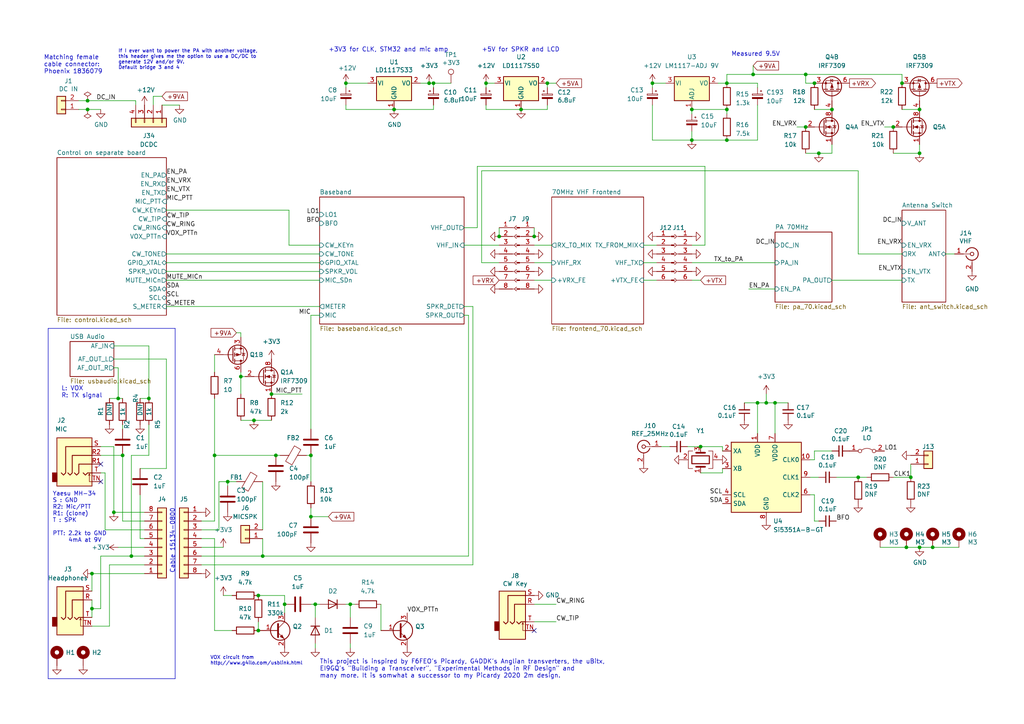
<source format=kicad_sch>
(kicad_sch (version 20230121) (generator eeschema)

  (uuid 7c83c304-769a-4be4-890e-297aba22b5b9)

  (paper "A4")

  (title_block
    (title "DART-70 TRX")
    (date "2023-06-29")
    (rev "1")
    (company "HB9EGM")
    (comment 1 "A 4m Band SSB/CW Transceiver")
  )

  

  (junction (at 222.25 116.84) (diameter 0) (color 0 0 0 0)
    (uuid 03889bb0-530a-4f17-942f-47bdd8c2143b)
  )
  (junction (at 74.93 182.88) (diameter 0) (color 0 0 0 0)
    (uuid 05f1488f-b95d-4647-953a-d2ec7eee61e9)
  )
  (junction (at 210.82 40.64) (diameter 0) (color 0 0 0 0)
    (uuid 0825c0b8-e0c4-4479-8fb1-a4c998fa9e5d)
  )
  (junction (at 236.22 24.13) (diameter 0) (color 0 0 0 0)
    (uuid 0d713598-e0d7-4b64-806d-d27b5ae84128)
  )
  (junction (at 101.6 175.26) (diameter 0) (color 0 0 0 0)
    (uuid 0efaee8b-abcf-47a1-94ab-452bdfc4d10d)
  )
  (junction (at 248.92 138.43) (diameter 0) (color 0 0 0 0)
    (uuid 11ea7b85-b26d-4a7d-aaed-956352284452)
  )
  (junction (at 266.7 158.75) (diameter 0) (color 0 0 0 0)
    (uuid 130d74aa-cfde-4c45-8bfe-183aacd4590f)
  )
  (junction (at 266.7 44.45) (diameter 0) (color 0 0 0 0)
    (uuid 1379c036-b3e0-455b-b639-0f5dd015d03b)
  )
  (junction (at 210.82 24.13) (diameter 0) (color 0 0 0 0)
    (uuid 13b9a948-b29a-4475-8f42-f20ed3ed1c6a)
  )
  (junction (at 125.73 24.13) (diameter 0) (color 0 0 0 0)
    (uuid 1c29ab88-8089-4a9f-b0ec-e0493fb70d1a)
  )
  (junction (at 38.1 161.29) (diameter 0) (color 0 0 0 0)
    (uuid 2002fb77-6ce7-45e9-a078-9e559a07f8f6)
  )
  (junction (at 33.02 148.59) (diameter 0) (color 0 0 0 0)
    (uuid 20373015-10c5-40b5-a9be-5b6825114311)
  )
  (junction (at 233.68 36.83) (diameter 0) (color 0 0 0 0)
    (uuid 2c691037-8de1-4537-a0ef-41ed59613839)
  )
  (junction (at 200.66 31.75) (diameter 0) (color 0 0 0 0)
    (uuid 398ec90b-61af-4d36-9539-63397d126e21)
  )
  (junction (at 154.94 68.58) (diameter 0) (color 0 0 0 0)
    (uuid 3f2e667c-7f64-4e6d-b9b3-bdcde11173db)
  )
  (junction (at 62.23 132.08) (diameter 0) (color 0 0 0 0)
    (uuid 3faced87-a683-4722-a968-6c8f858b2a89)
  )
  (junction (at 210.82 31.75) (diameter 0) (color 0 0 0 0)
    (uuid 4242ccf2-3c4d-4a22-8247-2311c54121ff)
  )
  (junction (at 233.68 21.59) (diameter 0) (color 0 0 0 0)
    (uuid 4750ee37-26c3-426a-a03a-0a50ee4de791)
  )
  (junction (at 262.89 158.75) (diameter 0) (color 0 0 0 0)
    (uuid 48d3528f-d200-4dbf-87c6-2835721afb0e)
  )
  (junction (at 144.78 68.58) (diameter 0) (color 0 0 0 0)
    (uuid 49feb31b-fe70-4f82-99f6-3dbf467a2edc)
  )
  (junction (at 100.33 24.13) (diameter 0) (color 0 0 0 0)
    (uuid 547281cc-eb15-43de-9560-1b10e39a19ed)
  )
  (junction (at 91.44 175.26) (diameter 0) (color 0 0 0 0)
    (uuid 54fc4616-1350-49bf-925e-695b28bb395e)
  )
  (junction (at 241.3 31.75) (diameter 0) (color 0 0 0 0)
    (uuid 5591956a-807b-4208-83a4-6327422e118a)
  )
  (junction (at 26.67 176.53) (diameter 0) (color 0 0 0 0)
    (uuid 6b9394bd-5e58-42ea-a9a4-f58e854aea5c)
  )
  (junction (at 224.79 116.84) (diameter 0) (color 0 0 0 0)
    (uuid 7e67c67f-3a1d-491c-a9ea-d2c0b71576e9)
  )
  (junction (at 69.85 109.22) (diameter 0) (color 0 0 0 0)
    (uuid 8f8b4db5-ccfd-4760-89f5-ba5b4218d486)
  )
  (junction (at 259.08 36.83) (diameter 0) (color 0 0 0 0)
    (uuid 906f16af-3f1b-4545-bda0-18ebce89ce96)
  )
  (junction (at 140.97 24.13) (diameter 0) (color 0 0 0 0)
    (uuid 91bb5e66-90e9-4aff-b233-5b8d53e4ad1c)
  )
  (junction (at 124.46 24.13) (diameter 0) (color 0 0 0 0)
    (uuid 94eb2c38-e244-489c-ba32-44729ff54deb)
  )
  (junction (at 26.67 166.37) (diameter 0) (color 0 0 0 0)
    (uuid 9fb2ca3c-8612-4c01-a40b-6e7e5895a1a0)
  )
  (junction (at 189.23 24.13) (diameter 0) (color 0 0 0 0)
    (uuid a01cdcc4-8ed1-4b36-8702-1b68481a60d9)
  )
  (junction (at 200.66 40.64) (diameter 0) (color 0 0 0 0)
    (uuid a13e5fb2-5800-4421-9e39-63277f01a71d)
  )
  (junction (at 264.16 138.43) (diameter 0) (color 0 0 0 0)
    (uuid a9fed849-c0d2-45ff-802c-7da3e4c52c0a)
  )
  (junction (at 78.74 114.3) (diameter 0) (color 0 0 0 0)
    (uuid aad4a030-3461-4b1e-9322-ba1ad3ac5597)
  )
  (junction (at 25.4 29.21) (diameter 0) (color 0 0 0 0)
    (uuid adc5f7d1-bf98-4196-9716-012c4f4b6a0a)
  )
  (junction (at 114.3 31.75) (diameter 0) (color 0 0 0 0)
    (uuid b0c265f7-c716-45d5-8397-630db4d2cf65)
  )
  (junction (at 218.44 21.59) (diameter 0) (color 0 0 0 0)
    (uuid b48c282b-d280-4718-bf3a-caf683cb767c)
  )
  (junction (at 82.55 175.26) (diameter 0) (color 0 0 0 0)
    (uuid c004f84b-d700-424b-b84c-a145b0082928)
  )
  (junction (at 35.56 132.08) (diameter 0) (color 0 0 0 0)
    (uuid c1ab7d65-d6a4-4014-80e6-4813d19456de)
  )
  (junction (at 74.93 172.72) (diameter 0) (color 0 0 0 0)
    (uuid c53356f3-b76d-4e9b-819d-f464046dcdf2)
  )
  (junction (at 34.29 115.57) (diameter 0) (color 0 0 0 0)
    (uuid cfd0ce93-955b-4a4c-b9df-adb69c4364b8)
  )
  (junction (at 237.49 44.45) (diameter 0) (color 0 0 0 0)
    (uuid d26d0a63-c69d-4774-9fba-12ed686b99f6)
  )
  (junction (at 73.66 121.92) (diameter 0) (color 0 0 0 0)
    (uuid d44ecef8-311a-4d38-9013-95c8299ff6b2)
  )
  (junction (at 270.51 158.75) (diameter 0) (color 0 0 0 0)
    (uuid d4b4dbc7-e763-47b2-a6cb-b5c021db8bcc)
  )
  (junction (at 66.04 139.7) (diameter 0) (color 0 0 0 0)
    (uuid d4c3f5bf-47cb-4030-92b0-bec21d62f389)
  )
  (junction (at 25.4 31.75) (diameter 0) (color 0 0 0 0)
    (uuid d4fc8b6d-311c-464d-9e39-e6d9dd34ed03)
  )
  (junction (at 261.62 24.13) (diameter 0) (color 0 0 0 0)
    (uuid d531b677-92b2-4589-8265-ffb9f0a9f471)
  )
  (junction (at 80.01 132.08) (diameter 0) (color 0 0 0 0)
    (uuid d7ecc3d2-2b6e-4e36-92b9-1b58fb257359)
  )
  (junction (at 90.17 132.08) (diameter 0) (color 0 0 0 0)
    (uuid d9abc64c-b691-4ece-b128-4f1d7b31754f)
  )
  (junction (at 43.18 115.57) (diameter 0) (color 0 0 0 0)
    (uuid e9342213-9707-4d1c-a69f-a3da6fb99c7a)
  )
  (junction (at 158.75 24.13) (diameter 0) (color 0 0 0 0)
    (uuid eb69835d-9be6-45e6-b58c-d2902ddb8fb1)
  )
  (junction (at 266.7 31.75) (diameter 0) (color 0 0 0 0)
    (uuid eeabe6f1-2db7-4eed-bd0c-6e41b390284d)
  )
  (junction (at 90.17 149.86) (diameter 0) (color 0 0 0 0)
    (uuid ef105c45-a454-45c2-badb-d87d915177ef)
  )
  (junction (at 76.2 161.29) (diameter 0) (color 0 0 0 0)
    (uuid f4c650b7-943a-4c93-b622-c1362c969577)
  )
  (junction (at 219.71 116.84) (diameter 0) (color 0 0 0 0)
    (uuid f747ec33-420b-45bc-9778-b4604b083211)
  )
  (junction (at 151.13 31.75) (diameter 0) (color 0 0 0 0)
    (uuid f74be2ca-c140-4c85-937a-a008e4f4ddb7)
  )
  (junction (at 203.2 129.54) (diameter 0) (color 0 0 0 0)
    (uuid f8c9e2c3-818f-482b-ad48-f9fb56a455b0)
  )

  (no_connect (at 29.21 139.7) (uuid 891b06d0-7775-40c2-8d16-5452402b91d5))
  (no_connect (at 154.94 182.88) (uuid 9e56fb84-5b0b-47eb-9ee7-e24e7c08829b))
  (no_connect (at 29.21 134.62) (uuid b2135387-8c57-44ac-8ab3-29b54b43f871))

  (wire (pts (xy 25.4 31.75) (xy 29.21 31.75))
    (stroke (width 0) (type default))
    (uuid 002154dd-fd21-426e-8f51-d82382197384)
  )
  (wire (pts (xy 144.78 66.04) (xy 144.78 68.58))
    (stroke (width 0) (type default))
    (uuid 002bee17-761d-4946-b10f-f0b42371b19d)
  )
  (wire (pts (xy 90.17 132.08) (xy 90.17 139.7))
    (stroke (width 0) (type default))
    (uuid 008a59ee-36fb-4f36-a8b0-5cc99b1e8598)
  )
  (wire (pts (xy 248.92 73.66) (xy 261.62 73.66))
    (stroke (width 0) (type default))
    (uuid 0116339a-5f0d-4745-a575-44652fb7d9b0)
  )
  (wire (pts (xy 110.49 175.26) (xy 110.49 182.88))
    (stroke (width 0) (type default))
    (uuid 025ac572-24f4-4397-b69b-bade669b4c40)
  )
  (wire (pts (xy 83.82 71.12) (xy 83.82 60.96))
    (stroke (width 0) (type default))
    (uuid 04508b78-b957-4886-b3fa-3d951fb6452d)
  )
  (wire (pts (xy 236.22 133.35) (xy 234.95 133.35))
    (stroke (width 0) (type default))
    (uuid 05f6334e-7131-4999-b788-1681af60d6df)
  )
  (wire (pts (xy 218.44 21.59) (xy 210.82 21.59))
    (stroke (width 0) (type default))
    (uuid 09d1af20-c357-48ec-a10f-915c880f15b6)
  )
  (wire (pts (xy 158.75 24.13) (xy 158.75 25.4))
    (stroke (width 0) (type default))
    (uuid 09fbb099-19ff-4c9e-b717-ff9eedac992b)
  )
  (wire (pts (xy 140.97 30.48) (xy 140.97 31.75))
    (stroke (width 0) (type default))
    (uuid 0a3a19af-7bfa-4df3-9b73-b98420c4a518)
  )
  (wire (pts (xy 262.89 158.75) (xy 266.7 158.75))
    (stroke (width 0) (type default))
    (uuid 0aad0e8d-0747-412b-85ac-039bbac4ff5e)
  )
  (wire (pts (xy 266.7 41.91) (xy 266.7 44.45))
    (stroke (width 0) (type default))
    (uuid 0b3a2a48-0270-494e-962a-3658a00a0875)
  )
  (wire (pts (xy 210.82 40.64) (xy 219.71 40.64))
    (stroke (width 0) (type default))
    (uuid 0c482dd3-3e6b-43f0-ac7a-1fc8dfa69822)
  )
  (wire (pts (xy 222.25 116.84) (xy 224.79 116.84))
    (stroke (width 0) (type default))
    (uuid 0dd7a947-881a-4477-b1f8-b88536ca8809)
  )
  (wire (pts (xy 34.29 106.68) (xy 34.29 115.57))
    (stroke (width 0) (type default))
    (uuid 11438643-bdb5-4bc3-97cb-5cea25341657)
  )
  (wire (pts (xy 100.33 24.13) (xy 100.33 25.4))
    (stroke (width 0) (type default))
    (uuid 11b5652b-07d3-428f-98d5-c354cf3693b1)
  )
  (wire (pts (xy 140.97 31.75) (xy 151.13 31.75))
    (stroke (width 0) (type default))
    (uuid 160e3a4c-588b-4e79-ac75-f98bf80b7e0b)
  )
  (wire (pts (xy 22.86 31.75) (xy 25.4 31.75))
    (stroke (width 0) (type default))
    (uuid 174d3312-33d6-4bed-98f6-7ee988ce0253)
  )
  (wire (pts (xy 210.82 31.75) (xy 210.82 33.02))
    (stroke (width 0) (type default))
    (uuid 17fc291b-23f9-4de7-9168-978b13dcd03c)
  )
  (wire (pts (xy 63.5 153.67) (xy 63.5 139.7))
    (stroke (width 0) (type default))
    (uuid 1869a25a-7405-4101-9da6-55f7c1e87e39)
  )
  (wire (pts (xy 26.67 166.37) (xy 41.91 166.37))
    (stroke (width 0) (type default))
    (uuid 1bcf4a11-4c4f-42b8-9e84-ad79d97ffe8f)
  )
  (wire (pts (xy 69.85 96.52) (xy 68.58 96.52))
    (stroke (width 0) (type default))
    (uuid 1c42fb18-8951-420c-93b3-b390805a99ab)
  )
  (wire (pts (xy 76.2 156.21) (xy 76.2 161.29))
    (stroke (width 0) (type default))
    (uuid 1c9f0aaa-a7f3-4c99-ac2e-10f6713b49b4)
  )
  (wire (pts (xy 74.93 172.72) (xy 82.55 172.72))
    (stroke (width 0) (type default))
    (uuid 1d4132f7-1f35-449b-a4a4-451bd4dc48ab)
  )
  (wire (pts (xy 41.91 148.59) (xy 33.02 148.59))
    (stroke (width 0) (type default))
    (uuid 216cd782-5819-4b5e-931f-7587d15e2161)
  )
  (wire (pts (xy 82.55 177.8) (xy 82.55 175.26))
    (stroke (width 0) (type default))
    (uuid 219438ca-bd57-4fea-aeb4-810d77461a18)
  )
  (wire (pts (xy 193.04 24.13) (xy 189.23 24.13))
    (stroke (width 0) (type default))
    (uuid 2199bdfc-0462-4363-af5e-16d8e19d600a)
  )
  (polyline (pts (xy 13.97 95.25) (xy 50.8 95.25))
    (stroke (width 0) (type default))
    (uuid 246d8c70-0329-4f4d-9351-49df120458af)
  )

  (wire (pts (xy 73.66 121.92) (xy 78.74 121.92))
    (stroke (width 0) (type default))
    (uuid 25eb4e9a-a9bc-41d9-ba86-5c87b9db25c8)
  )
  (wire (pts (xy 100.33 24.13) (xy 106.68 24.13))
    (stroke (width 0) (type default))
    (uuid 28eca374-9b5c-4480-a1a6-52ddcbb57db2)
  )
  (wire (pts (xy 40.64 115.57) (xy 43.18 115.57))
    (stroke (width 0) (type default))
    (uuid 2a3464a0-2ccd-434c-8817-4d7a2f14c67a)
  )
  (wire (pts (xy 234.95 138.43) (xy 237.49 138.43))
    (stroke (width 0) (type default))
    (uuid 2a86319a-5a94-4745-ad80-6b5c02f72e82)
  )
  (wire (pts (xy 43.18 100.33) (xy 33.02 100.33))
    (stroke (width 0) (type default))
    (uuid 2da3100d-2e28-4a7b-925a-cb4dad81d852)
  )
  (wire (pts (xy 158.75 24.13) (xy 161.29 24.13))
    (stroke (width 0) (type default))
    (uuid 2ea38bc3-7d3b-428e-a271-404ee98e752b)
  )
  (wire (pts (xy 135.89 91.44) (xy 135.89 161.29))
    (stroke (width 0) (type default))
    (uuid 2f9b686c-0a8f-432b-9e90-c788e62691c6)
  )
  (wire (pts (xy 200.66 40.64) (xy 210.82 40.64))
    (stroke (width 0) (type default))
    (uuid 33f01d9a-6abc-40a9-9b6b-d34bddbf731f)
  )
  (wire (pts (xy 256.54 36.83) (xy 259.08 36.83))
    (stroke (width 0) (type default))
    (uuid 345987da-5aa5-4c5e-90e1-ddf0086ed5fb)
  )
  (wire (pts (xy 58.42 161.29) (xy 76.2 161.29))
    (stroke (width 0) (type default))
    (uuid 361f9eaf-2e29-4825-b35a-439064c6d2db)
  )
  (wire (pts (xy 91.44 175.26) (xy 92.71 175.26))
    (stroke (width 0) (type default))
    (uuid 36854e14-46fb-4279-bf79-0322ad1da42a)
  )
  (wire (pts (xy 62.23 102.87) (xy 62.23 107.95))
    (stroke (width 0) (type default))
    (uuid 3729b657-384d-440e-9b38-b75590f72741)
  )
  (wire (pts (xy 139.7 76.2) (xy 144.78 76.2))
    (stroke (width 0) (type default))
    (uuid 3a4811bf-b539-4978-b0d8-fe47f179161b)
  )
  (wire (pts (xy 67.31 172.72) (xy 64.77 172.72))
    (stroke (width 0) (type default))
    (uuid 3cddbb36-7343-44a2-9871-f6b2e73f7d17)
  )
  (wire (pts (xy 134.62 66.04) (xy 138.43 66.04))
    (stroke (width 0) (type default))
    (uuid 3ee41aac-558c-43a3-a816-e31001ae8352)
  )
  (wire (pts (xy 48.26 76.2) (xy 92.71 76.2))
    (stroke (width 0) (type default))
    (uuid 3eeccf02-360d-4377-89f3-2458946d5853)
  )
  (wire (pts (xy 62.23 156.21) (xy 62.23 182.88))
    (stroke (width 0) (type default))
    (uuid 401f2d1f-acc6-4e14-9963-49ecb3bd4627)
  )
  (wire (pts (xy 158.75 31.75) (xy 151.13 31.75))
    (stroke (width 0) (type default))
    (uuid 443127ca-ab31-4ac0-90cc-723625487807)
  )
  (wire (pts (xy 208.28 24.13) (xy 210.82 24.13))
    (stroke (width 0) (type default))
    (uuid 4435e8ff-b63e-4b32-81db-49caa0dd6c5f)
  )
  (wire (pts (xy 39.37 29.21) (xy 39.37 30.48))
    (stroke (width 0) (type default))
    (uuid 44c45697-09d8-4a17-b585-e296e1d04ddd)
  )
  (wire (pts (xy 69.85 107.95) (xy 69.85 109.22))
    (stroke (width 0) (type default))
    (uuid 469d1dea-56e9-4051-acba-b2ec5e9a2c33)
  )
  (wire (pts (xy 58.42 158.75) (xy 64.77 158.75))
    (stroke (width 0) (type default))
    (uuid 48a3ede4-2797-4e66-9278-9cd056144dbb)
  )
  (wire (pts (xy 62.23 115.57) (xy 62.23 132.08))
    (stroke (width 0) (type default))
    (uuid 496b1a5f-d49c-4515-8e6b-7fb584585bdd)
  )
  (polyline (pts (xy 50.8 95.25) (xy 50.8 196.85))
    (stroke (width 0) (type default))
    (uuid 4b105a5f-5ed5-49ae-8bb9-f1d8c5566b50)
  )

  (wire (pts (xy 210.82 21.59) (xy 210.82 24.13))
    (stroke (width 0) (type default))
    (uuid 4c57c394-f97c-4a0b-80d4-0b5157781c3b)
  )
  (wire (pts (xy 76.2 161.29) (xy 135.89 161.29))
    (stroke (width 0) (type default))
    (uuid 4d2c10b1-9329-409f-bc4d-94aebd58963e)
  )
  (wire (pts (xy 261.62 31.75) (xy 266.7 31.75))
    (stroke (width 0) (type default))
    (uuid 4d5acc98-17ff-4e60-af52-349a1269dddf)
  )
  (wire (pts (xy 139.7 49.53) (xy 139.7 76.2))
    (stroke (width 0) (type default))
    (uuid 4ecfe5c5-d7fc-4d05-be28-1ed42c507ec3)
  )
  (wire (pts (xy 219.71 116.84) (xy 222.25 116.84))
    (stroke (width 0) (type default))
    (uuid 5130484e-13a2-434f-935d-3be30d7a93c9)
  )
  (wire (pts (xy 52.07 30.48) (xy 46.99 30.48))
    (stroke (width 0) (type default))
    (uuid 52a4c7cc-f68a-4440-9f6c-bb0a81b342d0)
  )
  (wire (pts (xy 154.94 81.28) (xy 160.02 81.28))
    (stroke (width 0) (type default))
    (uuid 52d9d6dd-4266-418b-bf9a-446977053e6f)
  )
  (wire (pts (xy 29.21 161.29) (xy 29.21 176.53))
    (stroke (width 0) (type default))
    (uuid 53bb37bd-6ad6-430f-b5e5-21e40448d528)
  )
  (wire (pts (xy 29.21 176.53) (xy 26.67 176.53))
    (stroke (width 0) (type default))
    (uuid 568b5dd5-7629-4c3d-9388-eaa54c2762b1)
  )
  (wire (pts (xy 255.27 158.75) (xy 262.89 158.75))
    (stroke (width 0) (type default))
    (uuid 579d81c4-8fa6-40d5-b99a-d160787b45b9)
  )
  (wire (pts (xy 58.42 163.83) (xy 137.16 163.83))
    (stroke (width 0) (type default))
    (uuid 57be2951-306e-483f-b29a-c5289beae3a0)
  )
  (wire (pts (xy 58.42 153.67) (xy 63.5 153.67))
    (stroke (width 0) (type default))
    (uuid 58e4fb93-6235-473b-af92-bf79be065bda)
  )
  (wire (pts (xy 204.47 48.26) (xy 204.47 71.12))
    (stroke (width 0) (type default))
    (uuid 5a05460d-15bc-4058-86e6-a6bff5598db7)
  )
  (wire (pts (xy 218.44 19.05) (xy 218.44 21.59))
    (stroke (width 0) (type default))
    (uuid 5afca071-0542-406b-83f5-f8ed30e05c4c)
  )
  (wire (pts (xy 138.43 48.26) (xy 204.47 48.26))
    (stroke (width 0) (type default))
    (uuid 5c0ae8f2-fb0b-4cbf-bd78-f6131c18140d)
  )
  (wire (pts (xy 134.62 91.44) (xy 135.89 91.44))
    (stroke (width 0) (type default))
    (uuid 5c0d735a-ca1c-4202-8faf-02e515d1181f)
  )
  (wire (pts (xy 261.62 21.59) (xy 233.68 21.59))
    (stroke (width 0) (type default))
    (uuid 5ea05504-bb96-4847-90cf-26cb1afd4244)
  )
  (wire (pts (xy 91.44 175.26) (xy 91.44 179.07))
    (stroke (width 0) (type default))
    (uuid 5ed02c6b-f3b8-4641-86b2-3c4cac92a5b4)
  )
  (wire (pts (xy 101.6 186.69) (xy 101.6 187.96))
    (stroke (width 0) (type default))
    (uuid 5ed5b405-912e-49a2-adbb-ff35d95f4100)
  )
  (wire (pts (xy 76.2 139.7) (xy 76.2 153.67))
    (stroke (width 0) (type default))
    (uuid 601c5479-68c8-4d7c-bbde-860bd11a7597)
  )
  (wire (pts (xy 38.1 161.29) (xy 29.21 161.29))
    (stroke (width 0) (type default))
    (uuid 6062b414-90cb-4cef-839a-25d90087f1b4)
  )
  (wire (pts (xy 38.1 132.08) (xy 43.18 132.08))
    (stroke (width 0) (type default))
    (uuid 60d27bb0-faad-48a9-89c1-b059b592a640)
  )
  (wire (pts (xy 35.56 151.13) (xy 41.91 151.13))
    (stroke (width 0) (type default))
    (uuid 6123b0cd-d677-4963-a353-8d6b35692422)
  )
  (polyline (pts (xy 50.8 196.85) (xy 13.97 196.85))
    (stroke (width 0) (type default))
    (uuid 6188cf07-9c8d-498a-9db9-9718888dfe39)
  )

  (wire (pts (xy 124.46 24.13) (xy 125.73 24.13))
    (stroke (width 0) (type default))
    (uuid 63da3512-bd51-489d-833d-20bce6d76019)
  )
  (wire (pts (xy 241.3 130.81) (xy 236.22 130.81))
    (stroke (width 0) (type default))
    (uuid 64e90390-0f4c-4cc1-bafa-363ce23516e9)
  )
  (wire (pts (xy 236.22 151.13) (xy 236.22 143.51))
    (stroke (width 0) (type default))
    (uuid 65dd0601-a23d-4c5d-b924-966fc498cbfc)
  )
  (wire (pts (xy 241.3 44.45) (xy 237.49 44.45))
    (stroke (width 0) (type default))
    (uuid 67fd7240-7a2e-4504-8c70-47b3112c634e)
  )
  (wire (pts (xy 26.67 166.37) (xy 26.67 171.45))
    (stroke (width 0) (type default))
    (uuid 696f862b-a951-463f-ad29-011c067090d6)
  )
  (wire (pts (xy 48.26 104.14) (xy 33.02 104.14))
    (stroke (width 0) (type default))
    (uuid 699ac08c-f9a3-4116-bed2-dc98ffb5b3a1)
  )
  (wire (pts (xy 236.22 143.51) (xy 234.95 143.51))
    (stroke (width 0) (type default))
    (uuid 699bee8c-8bc3-4aa6-b4ed-0aa4d255078a)
  )
  (wire (pts (xy 38.1 161.29) (xy 38.1 132.08))
    (stroke (width 0) (type default))
    (uuid 6ac2f4eb-9300-4682-9dca-8ec36d45a0ab)
  )
  (wire (pts (xy 224.79 116.84) (xy 224.79 125.73))
    (stroke (width 0) (type default))
    (uuid 6b09c60c-c53b-47dd-b8b8-94f682cd2086)
  )
  (wire (pts (xy 58.42 151.13) (xy 62.23 151.13))
    (stroke (width 0) (type default))
    (uuid 6cc72bfd-2651-4e90-af42-5d6cec3950c1)
  )
  (wire (pts (xy 154.94 66.04) (xy 154.94 68.58))
    (stroke (width 0) (type default))
    (uuid 6d63f93a-5c70-4c67-8eef-6977db41fdd0)
  )
  (wire (pts (xy 26.67 173.99) (xy 26.67 176.53))
    (stroke (width 0) (type default))
    (uuid 7019dafb-64b4-4e22-837e-9f37341a0157)
  )
  (wire (pts (xy 48.26 78.74) (xy 92.71 78.74))
    (stroke (width 0) (type default))
    (uuid 73062404-be1b-4744-bd1e-9e3d624b8fb3)
  )
  (wire (pts (xy 66.04 139.7) (xy 68.58 139.7))
    (stroke (width 0) (type default))
    (uuid 735e33ba-0601-4acb-983d-1656020ec14e)
  )
  (wire (pts (xy 140.97 24.13) (xy 140.97 25.4))
    (stroke (width 0) (type default))
    (uuid 7471700d-9a5d-406e-b9fc-bdeed49379fa)
  )
  (wire (pts (xy 25.4 29.21) (xy 39.37 29.21))
    (stroke (width 0) (type default))
    (uuid 74760d5b-303c-4603-ac2e-6b5209546581)
  )
  (polyline (pts (xy 13.97 95.25) (xy 13.97 196.85))
    (stroke (width 0) (type default))
    (uuid 74e37401-14d3-4e3c-84ed-7ddb4d75b44f)
  )

  (wire (pts (xy 29.21 129.54) (xy 33.02 129.54))
    (stroke (width 0) (type default))
    (uuid 754f923b-5aa7-4d87-b589-d53346af6023)
  )
  (wire (pts (xy 62.23 182.88) (xy 67.31 182.88))
    (stroke (width 0) (type default))
    (uuid 77cc857c-e045-46ac-921a-7b86818ca625)
  )
  (wire (pts (xy 35.56 115.57) (xy 34.29 115.57))
    (stroke (width 0) (type default))
    (uuid 77f72719-5749-425e-bce5-65a592ff824f)
  )
  (wire (pts (xy 154.94 76.2) (xy 160.02 76.2))
    (stroke (width 0) (type default))
    (uuid 7887f659-7796-4d20-b8ec-45fe37db4d3b)
  )
  (wire (pts (xy 22.86 29.21) (xy 25.4 29.21))
    (stroke (width 0) (type default))
    (uuid 79aced1b-30d4-4883-86bf-8a38d664736a)
  )
  (wire (pts (xy 134.62 71.12) (xy 144.78 71.12))
    (stroke (width 0) (type default))
    (uuid 7b959fed-4370-4448-9d17-fbc4f5703c60)
  )
  (wire (pts (xy 219.71 40.64) (xy 219.71 30.48))
    (stroke (width 0) (type default))
    (uuid 7b9fff27-50d5-4778-881f-13391377f614)
  )
  (wire (pts (xy 31.75 115.57) (xy 34.29 115.57))
    (stroke (width 0) (type default))
    (uuid 7c8f4fb6-d76c-4fd6-89a0-af30aa8d7cb9)
  )
  (wire (pts (xy 242.57 138.43) (xy 248.92 138.43))
    (stroke (width 0) (type default))
    (uuid 7d4200e5-e280-4699-af56-048ba84247d3)
  )
  (wire (pts (xy 81.28 132.08) (xy 80.01 132.08))
    (stroke (width 0) (type default))
    (uuid 7fcd6903-4017-464e-a708-1e51b67dd39f)
  )
  (wire (pts (xy 90.17 149.86) (xy 95.25 149.86))
    (stroke (width 0) (type default))
    (uuid 816e41e9-8ef8-4e70-a70f-02175bdc97c4)
  )
  (wire (pts (xy 237.49 44.45) (xy 233.68 44.45))
    (stroke (width 0) (type default))
    (uuid 86c60f4b-4421-4865-beff-ed93adca8ac2)
  )
  (wire (pts (xy 219.71 25.4) (xy 219.71 24.13))
    (stroke (width 0) (type default))
    (uuid 874bdd16-c1e7-4b71-b08a-e4608f6b28d8)
  )
  (wire (pts (xy 186.69 76.2) (xy 190.5 76.2))
    (stroke (width 0) (type default))
    (uuid 89f5cd17-8501-4243-bc98-0e8a1aab3a95)
  )
  (wire (pts (xy 69.85 109.22) (xy 69.85 114.3))
    (stroke (width 0) (type default))
    (uuid 8a096409-910f-4b78-890d-9e8768ba72ab)
  )
  (wire (pts (xy 44.45 27.94) (xy 44.45 30.48))
    (stroke (width 0) (type default))
    (uuid 8b0c727f-7724-442d-bf29-3f7bed24720e)
  )
  (wire (pts (xy 237.49 151.13) (xy 236.22 151.13))
    (stroke (width 0) (type default))
    (uuid 8e0abe23-8e7e-48a9-af11-f26197bd8fbf)
  )
  (wire (pts (xy 74.93 180.34) (xy 74.93 182.88))
    (stroke (width 0) (type default))
    (uuid 8f1ab95b-1867-4005-8242-092f60cbfea5)
  )
  (wire (pts (xy 189.23 30.48) (xy 189.23 40.64))
    (stroke (width 0) (type default))
    (uuid 8f5c2a3a-b2da-434e-8810-9da52a5e413a)
  )
  (wire (pts (xy 29.21 132.08) (xy 35.56 132.08))
    (stroke (width 0) (type default))
    (uuid 8fe92221-afec-47ce-a89d-2a3cf937d9a2)
  )
  (wire (pts (xy 35.56 123.19) (xy 35.56 124.46))
    (stroke (width 0) (type default))
    (uuid 900073c8-27f0-4864-bec9-14e524ac2d69)
  )
  (wire (pts (xy 134.62 88.9) (xy 137.16 88.9))
    (stroke (width 0) (type default))
    (uuid 906c4fbb-4fdd-48c5-aa07-85c56299e46a)
  )
  (wire (pts (xy 90.17 147.32) (xy 90.17 149.86))
    (stroke (width 0) (type default))
    (uuid 91c438b1-678d-4a85-be0e-771bfbc58931)
  )
  (wire (pts (xy 236.22 31.75) (xy 241.3 31.75))
    (stroke (width 0) (type default))
    (uuid 92dfb53a-5556-47b1-8088-214aebbc803d)
  )
  (wire (pts (xy 92.71 91.44) (xy 90.17 91.44))
    (stroke (width 0) (type default))
    (uuid 935427ba-97bd-4319-b38c-51b473619c8a)
  )
  (wire (pts (xy 219.71 24.13) (xy 210.82 24.13))
    (stroke (width 0) (type default))
    (uuid 96427f0b-ba44-4812-9f6d-dda1b1744f8a)
  )
  (wire (pts (xy 158.75 30.48) (xy 158.75 31.75))
    (stroke (width 0) (type default))
    (uuid 96e30a9c-78b6-4d1a-bc72-6cbdc7743876)
  )
  (wire (pts (xy 90.17 91.44) (xy 90.17 124.46))
    (stroke (width 0) (type default))
    (uuid 9792cf44-3261-4d9f-8ae0-31fdeec0dc70)
  )
  (wire (pts (xy 48.26 104.14) (xy 48.26 135.89))
    (stroke (width 0) (type default))
    (uuid 97d2bbd2-62fb-416d-98c5-fe5f0ab9820d)
  )
  (wire (pts (xy 35.56 151.13) (xy 35.56 132.08))
    (stroke (width 0) (type default))
    (uuid 98ea83ac-41c6-4b7d-be63-41372bbd6e24)
  )
  (wire (pts (xy 100.33 30.48) (xy 100.33 31.75))
    (stroke (width 0) (type default))
    (uuid 99f8394d-1325-4f0e-9ed0-19dceab6e1f9)
  )
  (wire (pts (xy 62.23 132.08) (xy 80.01 132.08))
    (stroke (width 0) (type default))
    (uuid 9c3d736f-f850-40b5-83bf-bf71ce2d8e7c)
  )
  (wire (pts (xy 186.69 71.12) (xy 190.5 71.12))
    (stroke (width 0) (type default))
    (uuid 9d00ede8-7480-44d8-b21e-d16dd17b75ac)
  )
  (wire (pts (xy 228.6 116.84) (xy 224.79 116.84))
    (stroke (width 0) (type default))
    (uuid 9d3a7a2b-8bae-4d82-8634-16a99f57e389)
  )
  (wire (pts (xy 33.02 129.54) (xy 33.02 148.59))
    (stroke (width 0) (type default))
    (uuid 9d5b6cd8-17f0-45de-b87b-5c8a0bd4db14)
  )
  (wire (pts (xy 231.14 36.83) (xy 233.68 36.83))
    (stroke (width 0) (type default))
    (uuid a057c374-c462-4764-bd16-2c00eef92afa)
  )
  (wire (pts (xy 48.26 81.28) (xy 92.71 81.28))
    (stroke (width 0) (type default))
    (uuid a1864b64-1865-4240-b098-5056fb759def)
  )
  (wire (pts (xy 154.94 175.26) (xy 161.29 175.26))
    (stroke (width 0) (type default))
    (uuid a1abde39-78d5-402d-bb1c-75243c61d29b)
  )
  (wire (pts (xy 222.25 114.3) (xy 222.25 116.84))
    (stroke (width 0) (type default))
    (uuid a39008b0-0dd6-44dc-b176-ab03b6874ae7)
  )
  (wire (pts (xy 274.32 73.66) (xy 276.86 73.66))
    (stroke (width 0) (type default))
    (uuid a43beeeb-0d60-44c9-bc6b-40c9e75459e8)
  )
  (wire (pts (xy 44.45 27.94) (xy 46.99 27.94))
    (stroke (width 0) (type default))
    (uuid a4b2f218-d493-4485-aa00-0dc37f00d501)
  )
  (wire (pts (xy 34.29 106.68) (xy 33.02 106.68))
    (stroke (width 0) (type default))
    (uuid a4b3b03c-531f-4aa0-9daa-5345dfa6fc41)
  )
  (wire (pts (xy 88.9 132.08) (xy 90.17 132.08))
    (stroke (width 0) (type default))
    (uuid a5f4f26e-4b82-496f-b7bb-4ed4211f8100)
  )
  (wire (pts (xy 100.33 31.75) (xy 114.3 31.75))
    (stroke (width 0) (type default))
    (uuid a69bb6f5-978b-49bb-9446-4ec9cfe4501e)
  )
  (wire (pts (xy 82.55 175.26) (xy 82.55 172.72))
    (stroke (width 0) (type default))
    (uuid a6baa060-c82d-461a-96f5-4f21d73265a4)
  )
  (wire (pts (xy 261.62 21.59) (xy 261.62 24.13))
    (stroke (width 0) (type default))
    (uuid a7349b87-3477-4ba5-bc62-3587f94ab817)
  )
  (wire (pts (xy 66.04 140.97) (xy 66.04 139.7))
    (stroke (width 0) (type default))
    (uuid a8d341ec-3332-4d82-8a1f-e52e32f564f1)
  )
  (wire (pts (xy 63.5 139.7) (xy 66.04 139.7))
    (stroke (width 0) (type default))
    (uuid a9276ad3-2500-44c6-895a-e842a0033021)
  )
  (wire (pts (xy 40.64 143.51) (xy 40.64 156.21))
    (stroke (width 0) (type default))
    (uuid a97e4f3d-f371-47f1-8ee9-cbe61c23c759)
  )
  (wire (pts (xy 30.48 153.67) (xy 30.48 137.16))
    (stroke (width 0) (type default))
    (uuid a99a526a-0727-4d5d-b793-47c299fd72ba)
  )
  (wire (pts (xy 69.85 97.79) (xy 69.85 96.52))
    (stroke (width 0) (type default))
    (uuid ab033de2-6886-4e4c-b9c3-21d6481b406d)
  )
  (wire (pts (xy 138.43 66.04) (xy 138.43 48.26))
    (stroke (width 0) (type default))
    (uuid ad195d4d-ed76-4a26-ac30-01da417bd64b)
  )
  (wire (pts (xy 69.85 109.22) (xy 71.12 109.22))
    (stroke (width 0) (type default))
    (uuid ad4538db-3731-4206-9c84-06101425be48)
  )
  (wire (pts (xy 233.68 21.59) (xy 218.44 21.59))
    (stroke (width 0) (type default))
    (uuid ad76707e-1f2e-4941-86a0-50951acd24bc)
  )
  (wire (pts (xy 91.44 186.69) (xy 91.44 187.96))
    (stroke (width 0) (type default))
    (uuid add05f6f-edf6-4631-b6b3-35897f9e8c7b)
  )
  (wire (pts (xy 189.23 40.64) (xy 200.66 40.64))
    (stroke (width 0) (type default))
    (uuid aed0a299-8aa6-4a50-b993-c38efe5fdd7a)
  )
  (wire (pts (xy 217.17 83.82) (xy 224.79 83.82))
    (stroke (width 0) (type default))
    (uuid b056317e-32ca-4f2d-b310-fc1492cc5060)
  )
  (wire (pts (xy 43.18 100.33) (xy 43.18 115.57))
    (stroke (width 0) (type default))
    (uuid b0cf214e-d0ed-484b-ba79-187612ebeeb9)
  )
  (wire (pts (xy 90.17 175.26) (xy 91.44 175.26))
    (stroke (width 0) (type default))
    (uuid b1a62f88-404d-483f-bb63-16c8188b4f3a)
  )
  (wire (pts (xy 189.23 24.13) (xy 189.23 25.4))
    (stroke (width 0) (type default))
    (uuid b1ea2466-2371-4b96-9289-6c42e0f0b899)
  )
  (wire (pts (xy 62.23 151.13) (xy 62.23 132.08))
    (stroke (width 0) (type default))
    (uuid b32653e4-7801-40ea-b61b-f0311c01d3b4)
  )
  (wire (pts (xy 266.7 44.45) (xy 259.08 44.45))
    (stroke (width 0) (type default))
    (uuid b5cbe891-dcdf-4951-8f0a-b2c28e4293cd)
  )
  (wire (pts (xy 58.42 156.21) (xy 62.23 156.21))
    (stroke (width 0) (type default))
    (uuid b66c197d-a987-4d64-bb63-7ddb1a72d7fd)
  )
  (wire (pts (xy 34.29 158.75) (xy 41.91 158.75))
    (stroke (width 0) (type default))
    (uuid ba048e1d-485f-4106-8eb8-8f2566ae855d)
  )
  (wire (pts (xy 101.6 175.26) (xy 102.87 175.26))
    (stroke (width 0) (type default))
    (uuid ba28163c-9ab2-44c5-b089-1433660941d6)
  )
  (wire (pts (xy 233.68 24.13) (xy 236.22 24.13))
    (stroke (width 0) (type default))
    (uuid bb78f99c-6783-4afe-a661-68817d4180ab)
  )
  (wire (pts (xy 236.22 130.81) (xy 236.22 133.35))
    (stroke (width 0) (type default))
    (uuid bcb20d96-4c0e-4c98-a263-0cdd41ab15e5)
  )
  (wire (pts (xy 200.66 38.1) (xy 200.66 40.64))
    (stroke (width 0) (type default))
    (uuid bda7a16e-b931-4d51-b769-ff5809beef5f)
  )
  (wire (pts (xy 48.26 60.96) (xy 83.82 60.96))
    (stroke (width 0) (type default))
    (uuid bfce1213-d511-4811-bc9d-beb994b8b9fe)
  )
  (wire (pts (xy 31.75 163.83) (xy 31.75 181.61))
    (stroke (width 0) (type default))
    (uuid c0738ee3-5ef6-48be-9a20-f10b8cdc3a6d)
  )
  (wire (pts (xy 41.91 161.29) (xy 38.1 161.29))
    (stroke (width 0) (type default))
    (uuid c12b5903-2f75-49c3-8332-69e02fb1aff7)
  )
  (wire (pts (xy 41.91 156.21) (xy 40.64 156.21))
    (stroke (width 0) (type default))
    (uuid c13eaffb-5c39-4e48-8c42-cc2bcee712b4)
  )
  (wire (pts (xy 219.71 116.84) (xy 219.71 125.73))
    (stroke (width 0) (type default))
    (uuid c24d03f2-5bff-4d74-88e5-481cd2f1e035)
  )
  (wire (pts (xy 264.16 138.43) (xy 264.16 134.62))
    (stroke (width 0) (type default))
    (uuid c48e879f-0b64-4f86-a8cf-003dbff29c4e)
  )
  (wire (pts (xy 248.92 49.53) (xy 248.92 73.66))
    (stroke (width 0) (type default))
    (uuid c4edda47-532d-4e95-9fc8-38bd0ed58dfb)
  )
  (wire (pts (xy 137.16 88.9) (xy 137.16 163.83))
    (stroke (width 0) (type default))
    (uuid c5747d63-7293-4c9e-a6a4-eaa0310e86ea)
  )
  (wire (pts (xy 186.69 81.28) (xy 190.5 81.28))
    (stroke (width 0) (type default))
    (uuid c64a6907-65ea-4d9f-8271-b12257b06b60)
  )
  (wire (pts (xy 251.46 138.43) (xy 248.92 138.43))
    (stroke (width 0) (type default))
    (uuid cbbfb5e5-7e85-4367-b6a7-9b21fc6d9e17)
  )
  (wire (pts (xy 139.7 49.53) (xy 248.92 49.53))
    (stroke (width 0) (type default))
    (uuid cbd19eae-411c-4ba9-9265-3a6ab1b93364)
  )
  (wire (pts (xy 203.2 137.16) (xy 209.55 137.16))
    (stroke (width 0) (type default))
    (uuid cc89f37d-2221-4ee8-a763-21432c733f93)
  )
  (wire (pts (xy 121.92 24.13) (xy 124.46 24.13))
    (stroke (width 0) (type default))
    (uuid cdc3b2bb-9f60-476c-ac94-bf550b6e7b5e)
  )
  (wire (pts (xy 241.3 41.91) (xy 241.3 44.45))
    (stroke (width 0) (type default))
    (uuid cdf8245b-2e03-441d-8536-8e14a3d0d2ff)
  )
  (wire (pts (xy 215.9 116.84) (xy 219.71 116.84))
    (stroke (width 0) (type default))
    (uuid ceb52c7a-a12c-449a-be98-109b3a3bd409)
  )
  (wire (pts (xy 41.91 163.83) (xy 31.75 163.83))
    (stroke (width 0) (type default))
    (uuid d1791382-8e9e-408d-8461-11f5ded4ad48)
  )
  (wire (pts (xy 203.2 81.28) (xy 200.66 81.28))
    (stroke (width 0) (type default))
    (uuid d3a84e57-57ed-4e86-bbef-110f27537e2d)
  )
  (wire (pts (xy 101.6 175.26) (xy 100.33 175.26))
    (stroke (width 0) (type default))
    (uuid d45f846b-c301-44d2-87d8-543fb71fc96f)
  )
  (wire (pts (xy 209.55 129.54) (xy 209.55 130.81))
    (stroke (width 0) (type default))
    (uuid d51dda35-7a1a-4d41-817a-7bb1f7f6ffd4)
  )
  (wire (pts (xy 125.73 24.13) (xy 130.81 24.13))
    (stroke (width 0) (type default))
    (uuid d525e71e-c2ed-4851-a87b-7438f67fb580)
  )
  (wire (pts (xy 266.7 158.75) (xy 270.51 158.75))
    (stroke (width 0) (type default))
    (uuid d5d26400-826e-40a5-a7b1-6a9ebbaedfb4)
  )
  (wire (pts (xy 204.47 71.12) (xy 200.66 71.12))
    (stroke (width 0) (type default))
    (uuid d6359d4b-1c12-4663-b116-45be3135a185)
  )
  (wire (pts (xy 241.3 81.28) (xy 261.62 81.28))
    (stroke (width 0) (type default))
    (uuid dd34928a-03c5-4a5d-a033-92155af70ac7)
  )
  (wire (pts (xy 140.97 24.13) (xy 143.51 24.13))
    (stroke (width 0) (type default))
    (uuid dd927172-6a9a-406f-a951-4e7f78cebb7b)
  )
  (wire (pts (xy 101.6 179.07) (xy 101.6 175.26))
    (stroke (width 0) (type default))
    (uuid df100a56-7392-493d-8b6e-86fc6143d01d)
  )
  (wire (pts (xy 270.51 158.75) (xy 278.13 158.75))
    (stroke (width 0) (type default))
    (uuid dfd58d9e-0c03-4a20-9983-0d32c26093d8)
  )
  (wire (pts (xy 29.21 137.16) (xy 30.48 137.16))
    (stroke (width 0) (type default))
    (uuid e0b9a722-e170-4302-a4fd-5e8753db7507)
  )
  (wire (pts (xy 26.67 176.53) (xy 26.67 179.07))
    (stroke (width 0) (type default))
    (uuid e13bdf92-8a8e-480a-979d-89eb54f62599)
  )
  (wire (pts (xy 30.48 153.67) (xy 41.91 153.67))
    (stroke (width 0) (type default))
    (uuid e14c95a1-54f8-45dd-a1c7-754772fa0aa1)
  )
  (wire (pts (xy 200.66 76.2) (xy 224.79 76.2))
    (stroke (width 0) (type default))
    (uuid e172e707-37ee-4eca-bafc-b341a9ceabaa)
  )
  (wire (pts (xy 48.26 88.9) (xy 92.71 88.9))
    (stroke (width 0) (type default))
    (uuid e1e720db-7dfc-41da-9ad4-b3768ff49c06)
  )
  (wire (pts (xy 114.3 31.75) (xy 125.73 31.75))
    (stroke (width 0) (type default))
    (uuid e264f0d9-6386-4838-a810-81df8032f681)
  )
  (wire (pts (xy 154.94 180.34) (xy 161.29 180.34))
    (stroke (width 0) (type default))
    (uuid e7ac32f0-5e71-4c65-ac6f-730f4731f5f7)
  )
  (wire (pts (xy 48.26 73.66) (xy 92.71 73.66))
    (stroke (width 0) (type default))
    (uuid e7fda734-bc52-4f7b-a47b-c1ec6d307d8f)
  )
  (wire (pts (xy 48.26 135.89) (xy 40.64 135.89))
    (stroke (width 0) (type default))
    (uuid e91dad84-d131-4d30-aeb9-ac5dff4b3633)
  )
  (wire (pts (xy 264.16 138.43) (xy 259.08 138.43))
    (stroke (width 0) (type default))
    (uuid ea6f4611-7eac-4b21-b232-fff65a738b95)
  )
  (wire (pts (xy 199.39 129.54) (xy 203.2 129.54))
    (stroke (width 0) (type default))
    (uuid ea97e745-2bac-4983-a78b-499e0f8d7b6d)
  )
  (wire (pts (xy 200.66 31.75) (xy 210.82 31.75))
    (stroke (width 0) (type default))
    (uuid eb9b3733-e4ec-4731-87f1-5f6fd8f11a68)
  )
  (wire (pts (xy 154.94 71.12) (xy 160.02 71.12))
    (stroke (width 0) (type default))
    (uuid ecfe8984-0282-4208-8f3d-aa8b3adb9dd8)
  )
  (wire (pts (xy 73.66 121.92) (xy 69.85 121.92))
    (stroke (width 0) (type default))
    (uuid f0e02b10-4b80-421d-bff9-70643e16b8eb)
  )
  (wire (pts (xy 83.82 71.12) (xy 92.71 71.12))
    (stroke (width 0) (type default))
    (uuid f22441fb-3978-4762-b6a3-6def4069e413)
  )
  (wire (pts (xy 194.31 129.54) (xy 191.77 129.54))
    (stroke (width 0) (type default))
    (uuid f38fd353-54b3-403a-9387-7ff36888e6a9)
  )
  (wire (pts (xy 203.2 129.54) (xy 209.55 129.54))
    (stroke (width 0) (type default))
    (uuid f7008c47-327e-4961-9c20-bbaf09b0d636)
  )
  (wire (pts (xy 209.55 137.16) (xy 209.55 135.89))
    (stroke (width 0) (type default))
    (uuid f841e691-04bf-4057-bcb4-476ba3910c05)
  )
  (wire (pts (xy 78.74 114.3) (xy 87.63 114.3))
    (stroke (width 0) (type default))
    (uuid fa65e259-7efa-4f51-bd0f-f4ac061edaac)
  )
  (wire (pts (xy 125.73 30.48) (xy 125.73 31.75))
    (stroke (width 0) (type default))
    (uuid fc244ca3-4412-44ac-b1f3-44d00d15b5ac)
  )
  (wire (pts (xy 200.66 31.75) (xy 200.66 33.02))
    (stroke (width 0) (type default))
    (uuid fc4a7459-1bb4-4226-8823-ec552cb8417e)
  )
  (wire (pts (xy 43.18 123.19) (xy 43.18 132.08))
    (stroke (width 0) (type default))
    (uuid fcd3e21a-290b-48f5-9d98-bf10da5f3f08)
  )
  (wire (pts (xy 233.68 21.59) (xy 233.68 24.13))
    (stroke (width 0) (type default))
    (uuid fe8a3f3f-3126-421d-b59c-37217ed6f49c)
  )
  (wire (pts (xy 125.73 24.13) (xy 125.73 25.4))
    (stroke (width 0) (type default))
    (uuid ffb99ea8-48c3-486c-94d4-7034e45d57f7)
  )
  (wire (pts (xy 31.75 181.61) (xy 26.67 181.61))
    (stroke (width 0) (type default))
    (uuid ffbbcbe6-15b0-480e-b792-9f7693fff52a)
  )

  (text "+5V for SPKR and LCD" (at 139.7 15.24 0)
    (effects (font (size 1.27 1.27)) (justify left bottom))
    (uuid 239d5a08-bfc0-4925-8e7a-6431dab8181d)
  )
  (text "If I ever want to power the PA with another voltage,\nthis header gives me the option to use a DC/DC to\ngenerate 12V and/or 9V.\nDefault bridge 3 and 4"
    (at 34.29 20.32 0)
    (effects (font (size 1 1)) (justify left bottom))
    (uuid 41a19900-8d74-4f0e-b76b-4b1dc61e847b)
  )
  (text "Matching female\ncable connector:\nPhoenix 1836079" (at 12.7 21.59 0)
    (effects (font (size 1.27 1.27)) (justify left bottom))
    (uuid 52ca1113-2d97-43cd-807d-891384288e72)
  )
  (text "L: VOX\nR: TX signal" (at 17.78 115.57 0)
    (effects (font (size 1.27 1.27)) (justify left bottom))
    (uuid 6805bd9b-5ca9-4111-bd9b-4e33a9cd871b)
  )
  (text "VOX circuit from\nhttp://www.g4ilo.com/usblink.html"
    (at 60.96 193.04 0)
    (effects (font (size 1 1)) (justify left bottom))
    (uuid 690337fc-9d51-4dcd-a71e-55c152ad9d3e)
  )
  (text "Cable 15134-0800" (at 50.8 166.37 90)
    (effects (font (size 1.27 1.27)) (justify left bottom))
    (uuid 79e801b2-3848-4600-8f04-05e4cce85305)
  )
  (text "Measured 9.5V" (at 212.09 16.51 0)
    (effects (font (size 1.27 1.27)) (justify left bottom))
    (uuid 9e944696-efb5-4ec1-a063-2c97ecdae215)
  )
  (text "Yaesu MH-34\nS : GND\nR2: Mic/PTT\nR1: (clone)\nT : SPK\n\nPTT: 2.2k to GND\n     4mA at 9V"
    (at 15.24 157.48 0)
    (effects (font (size 1.1938 1.1938)) (justify left bottom))
    (uuid aa6d67fe-cd8b-468d-8447-611ba063ffe2)
  )
  (text "This project is inspired by F6FEO's Picardy, G4DDK's Anglian transverters, the uBitx,\nEI9GQ's \"Building a Transceiver\", \"Experimental Methods in RF Design\" and\nmany more. It is somwhat a successor to my Picardy 2020 2m design."
    (at 92.71 196.85 0)
    (effects (font (size 1.27 1.27)) (justify left bottom))
    (uuid cc99dfff-7e1c-41c9-90b0-50846ceea0a1)
  )
  (text "+3V3 for CLK, STM32 and mic amp" (at 95.25 15.24 0)
    (effects (font (size 1.27 1.27)) (justify left bottom))
    (uuid fe3f7dc5-df73-4ed5-9e26-595b8cfa5333)
  )

  (label "DC_IN" (at 261.62 64.77 180) (fields_autoplaced)
    (effects (font (size 1.27 1.27)) (justify right bottom))
    (uuid 2a40ddbd-5ef0-484c-a18b-5aa2130a4eff)
  )
  (label "TX_to_PA" (at 207.01 76.2 0) (fields_autoplaced)
    (effects (font (size 1.27 1.27)) (justify left bottom))
    (uuid 2ec14e45-c498-4099-b6a7-ce1facd68046)
  )
  (label "CLK1" (at 264.16 138.43 180) (fields_autoplaced)
    (effects (font (size 1.27 1.27)) (justify right bottom))
    (uuid 37559495-9dfc-4a54-80ee-fad84f20dc2a)
  )
  (label "SCL" (at 48.26 86.36 0) (fields_autoplaced)
    (effects (font (size 1.27 1.27)) (justify left bottom))
    (uuid 38bd102f-633a-4953-97ad-13bc577149af)
  )
  (label "SDA" (at 209.55 146.05 180) (fields_autoplaced)
    (effects (font (size 1.27 1.27)) (justify right bottom))
    (uuid 3e13cb83-601f-443a-a951-e96035da31e7)
  )
  (label "VOX_PTTn" (at 48.26 68.58 0) (fields_autoplaced)
    (effects (font (size 1.27 1.27)) (justify left bottom))
    (uuid 3fa4b4e1-2aba-4d5e-b59b-221659fe8990)
  )
  (label "EN_VRX" (at 48.26 53.34 0) (fields_autoplaced)
    (effects (font (size 1.27 1.27)) (justify left bottom))
    (uuid 618621f8-a3f4-49c8-9ea3-607c2df3756e)
  )
  (label "EN_PA" (at 217.17 83.82 0) (fields_autoplaced)
    (effects (font (size 1.27 1.27)) (justify left bottom))
    (uuid 695fa56a-671a-410f-94f3-9b23856076c0)
  )
  (label "EN_VRX" (at 231.14 36.83 180) (fields_autoplaced)
    (effects (font (size 1.27 1.27)) (justify right bottom))
    (uuid 74e98b59-36d3-4473-ba99-34512b96da7c)
  )
  (label "EN_VRX" (at 261.62 71.12 180) (fields_autoplaced)
    (effects (font (size 1.27 1.27)) (justify right bottom))
    (uuid 7537a782-1763-460e-ae31-9f2f473dc4e4)
  )
  (label "CW_RING" (at 161.29 175.26 0) (fields_autoplaced)
    (effects (font (size 1.27 1.27)) (justify left bottom))
    (uuid 7906f11d-49c0-4b99-b74d-443c82e1ec6a)
  )
  (label "EN_VTX" (at 256.54 36.83 180) (fields_autoplaced)
    (effects (font (size 1.27 1.27)) (justify right bottom))
    (uuid 7957ec6f-092b-4f74-8906-c6f8588033da)
  )
  (label "EN_VTX" (at 48.26 55.88 0) (fields_autoplaced)
    (effects (font (size 1.27 1.27)) (justify left bottom))
    (uuid 79771a5b-bbc0-45e2-b3e2-33121a4ba792)
  )
  (label "EN_PA" (at 48.26 50.8 0) (fields_autoplaced)
    (effects (font (size 1.27 1.27)) (justify left bottom))
    (uuid 7fb50f03-b808-46bc-b2b1-573487406fd3)
  )
  (label "EN_VTX" (at 261.62 78.74 180) (fields_autoplaced)
    (effects (font (size 1.27 1.27)) (justify right bottom))
    (uuid 7fda7dc4-9567-46c1-8ddc-3b7b56718e35)
  )
  (label "CW_RING" (at 48.26 66.04 0) (fields_autoplaced)
    (effects (font (size 1.27 1.27)) (justify left bottom))
    (uuid 85e987f3-11f0-4e85-9be0-8c79e37e02ec)
  )
  (label "SDA" (at 48.26 83.82 0) (fields_autoplaced)
    (effects (font (size 1.27 1.27)) (justify left bottom))
    (uuid 861fa728-ad72-4a0e-81c5-e00ac8e2afd5)
  )
  (label "VOX_PTTn" (at 118.11 177.8 0) (fields_autoplaced)
    (effects (font (size 1.27 1.27)) (justify left bottom))
    (uuid 9363c12b-73ca-4764-9b94-bd625f6dc121)
  )
  (label "MIC_PTT" (at 87.63 114.3 180) (fields_autoplaced)
    (effects (font (size 1.27 1.27)) (justify right bottom))
    (uuid 999a6700-22eb-4836-86fc-2c4c3f94e081)
  )
  (label "MIC_PTT" (at 48.26 58.42 0) (fields_autoplaced)
    (effects (font (size 1.27 1.27)) (justify left bottom))
    (uuid 9a533855-32f3-454c-b9eb-791fa757c655)
  )
  (label "CW_TIP" (at 48.26 63.5 0) (fields_autoplaced)
    (effects (font (size 1.27 1.27)) (justify left bottom))
    (uuid 9d366296-47c6-47a8-b170-ad51354d17b9)
  )
  (label "MIC" (at 90.17 91.44 180) (fields_autoplaced)
    (effects (font (size 1.27 1.27)) (justify right bottom))
    (uuid a60b880d-79d5-4af9-b917-73bba79e19a9)
  )
  (label "S_METER" (at 48.26 88.9 0) (fields_autoplaced)
    (effects (font (size 1.27 1.27)) (justify left bottom))
    (uuid ae9e6037-71e8-40b8-9d18-52132b11e130)
  )
  (label "LO1" (at 256.54 130.81 0) (fields_autoplaced)
    (effects (font (size 1.27 1.27)) (justify left bottom))
    (uuid b1685444-7ed2-49f0-840b-5ade5d456940)
  )
  (label "DC_IN" (at 27.94 29.21 0) (fields_autoplaced)
    (effects (font (size 1.27 1.27)) (justify left bottom))
    (uuid c2e4511c-f28f-444e-a1ff-1494839f0f3d)
  )
  (label "MUTE_MICn" (at 48.26 81.28 0) (fields_autoplaced)
    (effects (font (size 1.27 1.27)) (justify left bottom))
    (uuid cb0bacd7-3cb4-4f05-90bb-6eac18befcbf)
  )
  (label "DC_IN" (at 224.79 71.12 180) (fields_autoplaced)
    (effects (font (size 1.27 1.27)) (justify right bottom))
    (uuid cc76c880-f2e7-4957-9a0f-50aa7f74f13f)
  )
  (label "LO1" (at 92.71 62.23 180) (fields_autoplaced)
    (effects (font (size 1.27 1.27)) (justify right bottom))
    (uuid cdac41f7-a7f2-4a3f-ba4b-bfc7d7f66152)
  )
  (label "BFO" (at 242.57 151.13 0) (fields_autoplaced)
    (effects (font (size 1.27 1.27)) (justify left bottom))
    (uuid e316d376-2303-43ce-9137-3f0af976260d)
  )
  (label "SCL" (at 209.55 143.51 180) (fields_autoplaced)
    (effects (font (size 1.27 1.27)) (justify right bottom))
    (uuid ee4f4482-0e91-4fc6-9eab-f13196efb328)
  )
  (label "CW_TIP" (at 161.29 180.34 0) (fields_autoplaced)
    (effects (font (size 1.27 1.27)) (justify left bottom))
    (uuid f1ca34a5-a3cd-4c57-9860-d136a96d83f6)
  )
  (label "BFO" (at 92.71 64.77 180) (fields_autoplaced)
    (effects (font (size 1.27 1.27)) (justify right bottom))
    (uuid f9d8824d-4312-4052-b7a4-29b601206a19)
  )

  (global_label "+9VA" (shape input) (at 46.99 27.94 0) (fields_autoplaced)
    (effects (font (size 1.27 1.27)) (justify left))
    (uuid 1b3ebcb2-389e-43ce-beec-11fd47880c25)
    (property "Intersheetrefs" "${INTERSHEET_REFS}" (at 54.3621 27.8606 0)
      (effects (font (size 1.27 1.27)) (justify left) hide)
    )
  )
  (global_label "+VTX" (shape output) (at 271.78 24.13 0) (fields_autoplaced)
    (effects (font (size 1.27 1.27)) (justify left))
    (uuid 5715d411-82bf-4ac6-9f8b-b918cd54b27e)
    (property "Intersheetrefs" "${INTERSHEET_REFS}" (at 279.0312 24.0506 0)
      (effects (font (size 1.27 1.27)) (justify left) hide)
    )
  )
  (global_label "+9VA" (shape input) (at 95.25 149.86 0) (fields_autoplaced)
    (effects (font (size 1.27 1.27)) (justify left))
    (uuid 6bdfb847-9880-4b1f-8fd6-0e3a4eccd64c)
    (property "Intersheetrefs" "${INTERSHEET_REFS}" (at 102.6221 149.9394 0)
      (effects (font (size 1.27 1.27)) (justify left) hide)
    )
  )
  (global_label "+VRX" (shape output) (at 246.38 24.13 0) (fields_autoplaced)
    (effects (font (size 1.27 1.27)) (justify left))
    (uuid 8e3e968b-49f3-4efb-92bd-f40737515307)
    (property "Intersheetrefs" "${INTERSHEET_REFS}" (at 253.9336 24.0506 0)
      (effects (font (size 1.27 1.27)) (justify left) hide)
    )
  )
  (global_label "+9VA" (shape input) (at 218.44 19.05 0) (fields_autoplaced)
    (effects (font (size 1.27 1.27)) (justify left))
    (uuid b3e01a68-c938-463c-b6ca-30fd22614c36)
    (property "Intersheetrefs" "${INTERSHEET_REFS}" (at 225.8121 18.9706 0)
      (effects (font (size 1.27 1.27)) (justify left) hide)
    )
  )
  (global_label "+VRX" (shape input) (at 144.78 81.28 180) (fields_autoplaced)
    (effects (font (size 1.27 1.27)) (justify right))
    (uuid c079eb78-08f6-43ae-9a6f-0e3c2c3038d0)
    (property "Intersheetrefs" "${INTERSHEET_REFS}" (at 137.2264 81.2006 0)
      (effects (font (size 1.27 1.27)) (justify right) hide)
    )
  )
  (global_label "+9VA" (shape input) (at 68.58 96.52 180) (fields_autoplaced)
    (effects (font (size 1.27 1.27)) (justify right))
    (uuid dbd0ed9a-743d-4c2b-b13f-8b06a78aceff)
    (property "Intersheetrefs" "${INTERSHEET_REFS}" (at 61.2079 96.4406 0)
      (effects (font (size 1.27 1.27)) (justify right) hide)
    )
  )
  (global_label "+VTX" (shape input) (at 203.2 81.28 0) (fields_autoplaced)
    (effects (font (size 1.27 1.27)) (justify left))
    (uuid deea0e94-1421-4e7b-b63a-98b53f765626)
    (property "Intersheetrefs" "${INTERSHEET_REFS}" (at 210.4512 81.2006 0)
      (effects (font (size 1.27 1.27)) (justify left) hide)
    )
  )
  (global_label "+5VA" (shape input) (at 161.29 24.13 0) (fields_autoplaced)
    (effects (font (size 1.27 1.27)) (justify left))
    (uuid f893aa0f-8cfb-41de-a86f-f149674614ad)
    (property "Intersheetrefs" "${INTERSHEET_REFS}" (at 168.6621 24.2094 0)
      (effects (font (size 1.27 1.27)) (justify left) hide)
    )
  )

  (symbol (lib_id "power:GND") (at 222.25 151.13 0) (unit 1)
    (in_bom yes) (on_board yes) (dnp no) (fields_autoplaced)
    (uuid 0061bfb4-595e-4a80-898a-aee5ad06fb23)
    (property "Reference" "#PWR053" (at 222.25 157.48 0)
      (effects (font (size 1.27 1.27)) hide)
    )
    (property "Value" "GND" (at 222.2499 154.94 90)
      (effects (font (size 1.27 1.27)) (justify right) hide)
    )
    (property "Footprint" "" (at 222.25 151.13 0)
      (effects (font (size 1.27 1.27)) hide)
    )
    (property "Datasheet" "" (at 222.25 151.13 0)
      (effects (font (size 1.27 1.27)) hide)
    )
    (pin "1" (uuid e68652d2-f355-48cb-9617-e4581e89486c))
    (instances
      (project "kicad-dart-70"
        (path "/7c83c304-769a-4be4-890e-297aba22b5b9"
          (reference "#PWR053") (unit 1)
        )
      )
    )
  )

  (symbol (lib_id "power:GND") (at 101.6 187.96 0) (unit 1)
    (in_bom yes) (on_board yes) (dnp no) (fields_autoplaced)
    (uuid 07c838eb-a24b-4013-bb3f-2502b2f07fa5)
    (property "Reference" "#PWR025" (at 101.6 194.31 0)
      (effects (font (size 1.27 1.27)) hide)
    )
    (property "Value" "GND" (at 101.727 191.2112 90)
      (effects (font (size 1.27 1.27)) (justify right) hide)
    )
    (property "Footprint" "" (at 101.6 187.96 0)
      (effects (font (size 1.27 1.27)) hide)
    )
    (property "Datasheet" "" (at 101.6 187.96 0)
      (effects (font (size 1.27 1.27)) hide)
    )
    (pin "1" (uuid eb167b89-0b9b-45e3-8639-c2e3ec46109e))
    (instances
      (project "kicad-dart-70"
        (path "/7c83c304-769a-4be4-890e-297aba22b5b9"
          (reference "#PWR025") (unit 1)
        )
      )
    )
  )

  (symbol (lib_name "CUI-SJ-43515TS-SMT_1") (lib_id "mpb:CUI-SJ-43515TS-SMT") (at 21.59 132.08 0) (unit 1)
    (in_bom yes) (on_board yes) (dnp no)
    (uuid 0c3d418e-6b9b-41d2-bfe3-e0fafdcc08df)
    (property "Reference" "J2" (at 17.78 121.92 0)
      (effects (font (size 1.27 1.27)))
    )
    (property "Value" "MIC" (at 17.78 124.46 0)
      (effects (font (size 1.27 1.27)))
    )
    (property "Footprint" "mpb:Jack_3.5mm_CUI_SJ-43515TS-SMT" (at 16.51 146.05 0)
      (effects (font (size 1.27 1.27)) hide)
    )
    (property "Datasheet" "https://www.mouser.ch/datasheet/2/670/sj_4351x_smt-1779337.pdf" (at 19.05 133.35 0)
      (effects (font (size 1.27 1.27)) hide)
    )
    (property "MPN" "SJ-43515TS-SMT-TR" (at 21.59 132.08 0)
      (effects (font (size 1.27 1.27)) hide)
    )
    (property "Need_order" "0" (at 21.59 132.08 0)
      (effects (font (size 1.27 1.27)) hide)
    )
    (pin "NC" (uuid 4a9ae459-917a-4e56-8550-a6e085fcb402))
    (pin "R1" (uuid b6b1f4a9-609f-40fb-86cb-75e53e708f1a))
    (pin "R2" (uuid ad04f755-0677-4e2e-877a-d2e2f3c1d776))
    (pin "S" (uuid d94a0a1d-24de-4760-a884-ab454c08e996))
    (pin "T" (uuid 706df1e6-f9b5-442a-9372-f462c30194f1))
    (pin "TN" (uuid 01525385-14b1-4fd0-a2ee-c26d8ec1982c))
    (instances
      (project "kicad-dart-70"
        (path "/7c83c304-769a-4be4-890e-297aba22b5b9"
          (reference "J2") (unit 1)
        )
      )
    )
  )

  (symbol (lib_id "power:GND") (at 90.17 157.48 0) (unit 1)
    (in_bom yes) (on_board yes) (dnp no) (fields_autoplaced)
    (uuid 0eddf3a3-680e-4189-b645-0f685f620bff)
    (property "Reference" "#PWR022" (at 90.17 163.83 0)
      (effects (font (size 1.27 1.27)) hide)
    )
    (property "Value" "GND" (at 90.297 160.7312 90)
      (effects (font (size 1.27 1.27)) (justify right) hide)
    )
    (property "Footprint" "" (at 90.17 157.48 0)
      (effects (font (size 1.27 1.27)) hide)
    )
    (property "Datasheet" "" (at 90.17 157.48 0)
      (effects (font (size 1.27 1.27)) hide)
    )
    (pin "1" (uuid 18cdbf1f-c81a-4e46-811e-86c4e8d65c42))
    (instances
      (project "kicad-dart-70"
        (path "/7c83c304-769a-4be4-890e-297aba22b5b9"
          (reference "#PWR022") (unit 1)
        )
      )
    )
  )

  (symbol (lib_id "Regulator_Linear:LD1117S50TR_SOT223") (at 151.13 24.13 0) (unit 1)
    (in_bom yes) (on_board yes) (dnp no) (fields_autoplaced)
    (uuid 0f599ab7-5a53-4f5a-bde7-fcef2e2841ee)
    (property "Reference" "U2" (at 151.13 16.51 0)
      (effects (font (size 1.27 1.27)))
    )
    (property "Value" "LD1117S50" (at 151.13 19.05 0)
      (effects (font (size 1.27 1.27)))
    )
    (property "Footprint" "Package_TO_SOT_SMD:SOT-223-3_TabPin2" (at 151.13 19.05 0)
      (effects (font (size 1.27 1.27)) hide)
    )
    (property "Datasheet" "/home/bram/Sync/Doc/Datasheet/ld1117.pdf" (at 153.67 30.48 0)
      (effects (font (size 1.27 1.27)) hide)
    )
    (property "MPN" "LD1117S50CTR" (at 151.13 24.13 0)
      (effects (font (size 1.27 1.27)) hide)
    )
    (property "Need_order" "0" (at 151.13 24.13 0)
      (effects (font (size 1.27 1.27)) hide)
    )
    (pin "1" (uuid 0799cfe9-f73f-428f-86e0-5df9fe4be1b8))
    (pin "2" (uuid 9a642b0f-f010-4ca9-8892-5ba6582f9da8))
    (pin "3" (uuid df79b4b0-7939-4714-b2e0-4a118371874f))
    (instances
      (project "kicad-dart-70"
        (path "/7c83c304-769a-4be4-890e-297aba22b5b9"
          (reference "U2") (unit 1)
        )
      )
    )
  )

  (symbol (lib_id "Transistor_FET:IRF7309IPBF") (at 266.7 26.67 270) (mirror x) (unit 2)
    (in_bom yes) (on_board yes) (dnp no) (fields_autoplaced)
    (uuid 0f9e322e-4eb7-4922-ac71-ef5dee3be07c)
    (property "Reference" "Q5" (at 266.7 16.51 90)
      (effects (font (size 1.27 1.27)))
    )
    (property "Value" "IRF7309" (at 266.7 19.05 90)
      (effects (font (size 1.27 1.27)))
    )
    (property "Footprint" "Package_SO:SOIC-8_3.9x4.9mm_P1.27mm" (at 264.795 21.59 0)
      (effects (font (size 1.27 1.27)) (justify left) hide)
    )
    (property "Datasheet" "/home/bram/Sync/Doc/Datasheet/IRF7309.pdf" (at 266.7 24.13 0)
      (effects (font (size 1.27 1.27)) (justify left) hide)
    )
    (property "MPN" "IRF7309TRPBF" (at 266.7 26.67 90)
      (effects (font (size 1.27 1.27)) hide)
    )
    (property "Need_order" "0" (at 266.7 26.67 90)
      (effects (font (size 1.27 1.27)) hide)
    )
    (pin "1" (uuid d98f2c33-a62f-4cf8-87a2-61168649f191))
    (pin "2" (uuid bdee35fb-588c-4510-94fc-9a9ca1702855))
    (pin "7" (uuid 4c5df834-caa7-40ab-8e75-6d6bbfd257bb))
    (pin "8" (uuid c1dec542-6b7e-4205-9ad8-759154cc29f3))
    (pin "3" (uuid cbbb70e3-b619-4409-8d4a-ad62e1e50a5b))
    (pin "4" (uuid b45eee31-c14b-46a9-a687-28af259b3327))
    (pin "5" (uuid 503b2915-4f08-4a72-b20e-de5bfb6ef5f6))
    (pin "6" (uuid d7fe3f76-600d-47da-9a99-5b56de4d82d0))
    (instances
      (project "kicad-dart-70"
        (path "/7c83c304-769a-4be4-890e-297aba22b5b9"
          (reference "Q5") (unit 2)
        )
      )
    )
  )

  (symbol (lib_id "power:GND") (at 266.7 44.45 0) (unit 1)
    (in_bom yes) (on_board yes) (dnp no) (fields_autoplaced)
    (uuid 11d72818-4927-476a-b663-3f411b19ea20)
    (property "Reference" "#PWR059" (at 266.7 50.8 0)
      (effects (font (size 1.27 1.27)) hide)
    )
    (property "Value" "GND" (at 266.827 47.6758 90)
      (effects (font (size 1.27 1.27)) (justify right) hide)
    )
    (property "Footprint" "" (at 266.7 44.45 0)
      (effects (font (size 1.27 1.27)) hide)
    )
    (property "Datasheet" "" (at 266.7 44.45 0)
      (effects (font (size 1.27 1.27)) hide)
    )
    (pin "1" (uuid a28057b0-f2c4-4c07-8fb9-f4a0591d782f))
    (instances
      (project "kicad-dart-70"
        (path "/7c83c304-769a-4be4-890e-297aba22b5b9"
          (reference "#PWR059") (unit 1)
        )
      )
    )
  )

  (symbol (lib_id "power:GND") (at 40.64 123.19 0) (unit 1)
    (in_bom yes) (on_board yes) (dnp no)
    (uuid 125abe82-75ee-430d-8478-56d138623c39)
    (property "Reference" "#PWR010" (at 40.64 129.54 0)
      (effects (font (size 1.27 1.27)) hide)
    )
    (property "Value" "GND" (at 40.767 126.4412 90)
      (effects (font (size 1.27 1.27)) (justify right) hide)
    )
    (property "Footprint" "" (at 40.64 123.19 0)
      (effects (font (size 1.27 1.27)) hide)
    )
    (property "Datasheet" "" (at 40.64 123.19 0)
      (effects (font (size 1.27 1.27)) hide)
    )
    (pin "1" (uuid 39203b49-1e2e-4715-9160-8ca66f84fa5d))
    (instances
      (project "kicad-dart-70"
        (path "/7c83c304-769a-4be4-890e-297aba22b5b9"
          (reference "#PWR010") (unit 1)
        )
      )
    )
  )

  (symbol (lib_id "power:GND") (at 151.13 31.75 0) (unit 1)
    (in_bom yes) (on_board yes) (dnp no) (fields_autoplaced)
    (uuid 13233ccb-dbda-49d8-8e78-7fd77705f9f4)
    (property "Reference" "#PWR034" (at 151.13 38.1 0)
      (effects (font (size 1.27 1.27)) hide)
    )
    (property "Value" "GND" (at 151.1299 35.56 90)
      (effects (font (size 1.27 1.27)) (justify right) hide)
    )
    (property "Footprint" "" (at 151.13 31.75 0)
      (effects (font (size 1.27 1.27)) hide)
    )
    (property "Datasheet" "" (at 151.13 31.75 0)
      (effects (font (size 1.27 1.27)) hide)
    )
    (pin "1" (uuid f116456c-df3c-4d92-866d-11a3627fad98))
    (instances
      (project "kicad-dart-70"
        (path "/7c83c304-769a-4be4-890e-297aba22b5b9"
          (reference "#PWR034") (unit 1)
        )
      )
    )
  )

  (symbol (lib_id "power:PWR_FLAG") (at 25.4 29.21 0) (unit 1)
    (in_bom yes) (on_board yes) (dnp no)
    (uuid 17f19d51-1d48-4b41-9e1f-1ae8f8799dc5)
    (property "Reference" "#FLG01" (at 25.4 27.305 0)
      (effects (font (size 1.27 1.27)) hide)
    )
    (property "Value" "PWR_FLAG" (at 25.4 25.9842 90)
      (effects (font (size 1.27 1.27)) (justify left) hide)
    )
    (property "Footprint" "" (at 25.4 29.21 0)
      (effects (font (size 1.27 1.27)) hide)
    )
    (property "Datasheet" "~" (at 25.4 29.21 0)
      (effects (font (size 1.27 1.27)) hide)
    )
    (pin "1" (uuid b075df74-cc2c-4cf8-b10c-4a6f9df277a3))
    (instances
      (project "kicad-dart-70"
        (path "/7c83c304-769a-4be4-890e-297aba22b5b9"
          (reference "#FLG01") (unit 1)
        )
      )
    )
  )

  (symbol (lib_id "Connector:Conn_01x06_Female") (at 195.58 73.66 0) (mirror y) (unit 1)
    (in_bom yes) (on_board yes) (dnp no)
    (uuid 1893251f-c974-415e-ba36-aaef9d141411)
    (property "Reference" "J11" (at 196.85 66.04 0)
      (effects (font (size 1.27 1.27)))
    )
    (property "Value" "Base to FE TX" (at 194.31 76.1999 0)
      (effects (font (size 1.27 1.27)) (justify left) hide)
    )
    (property "Footprint" "Connector_PinHeader_2.54mm:PinHeader_1x06_P2.54mm_Vertical" (at 195.58 73.66 0)
      (effects (font (size 1.27 1.27)) hide)
    )
    (property "Datasheet" "~" (at 195.58 73.66 0)
      (effects (font (size 1.27 1.27)) hide)
    )
    (property "MPN" "SSW-106-01-G-S" (at 195.58 73.66 0)
      (effects (font (size 1.27 1.27)) hide)
    )
    (property "Need_order" "0" (at 195.58 73.66 0)
      (effects (font (size 1.27 1.27)) hide)
    )
    (pin "1" (uuid 9c251404-05e1-4cf1-a81f-815c8fe7f464))
    (pin "2" (uuid 1b6b3d2b-8e61-402c-af16-116bda90df59))
    (pin "3" (uuid 29aeb1dc-c544-4387-bf2d-1b62b67f7a70))
    (pin "4" (uuid f852db38-9ba0-4d90-b17f-fa0281954d71))
    (pin "5" (uuid 7ef0e537-7b01-4e19-87e1-a16dfbc42e35))
    (pin "6" (uuid d1160803-a32c-496f-a342-d0bc7df057dd))
    (instances
      (project "kicad-dart-70"
        (path "/7c83c304-769a-4be4-890e-297aba22b5b9"
          (reference "J11") (unit 1)
        )
      )
    )
  )

  (symbol (lib_id "power:GND") (at 198.12 133.35 270) (unit 1)
    (in_bom yes) (on_board yes) (dnp no) (fields_autoplaced)
    (uuid 19e32315-e6a0-4957-a10d-0babc242f670)
    (property "Reference" "#PWR045" (at 191.77 133.35 0)
      (effects (font (size 1.27 1.27)) hide)
    )
    (property "Value" "GND" (at 194.31 133.3499 90)
      (effects (font (size 1.27 1.27)) (justify right) hide)
    )
    (property "Footprint" "" (at 198.12 133.35 0)
      (effects (font (size 1.27 1.27)) hide)
    )
    (property "Datasheet" "" (at 198.12 133.35 0)
      (effects (font (size 1.27 1.27)) hide)
    )
    (pin "1" (uuid a068742f-7f54-4cb0-baeb-1f106dbc7114))
    (instances
      (project "kicad-dart-70"
        (path "/7c83c304-769a-4be4-890e-297aba22b5b9"
          (reference "#PWR045") (unit 1)
        )
      )
    )
  )

  (symbol (lib_id "Connector_Generic:Conn_01x08") (at 53.34 156.21 0) (mirror y) (unit 1)
    (in_bom yes) (on_board yes) (dnp no) (fields_autoplaced)
    (uuid 1a279761-775d-41bf-87c4-f29c57f2fe7b)
    (property "Reference" "J5" (at 53.34 144.78 0)
      (effects (font (size 1.27 1.27)))
    )
    (property "Value" "CTRL2" (at 57.15 170.18 0)
      (effects (font (size 1.27 1.27)) (justify left) hide)
    )
    (property "Footprint" "Connector_Molex:Molex_PicoBlade_53261-0871_1x08-1MP_P1.25mm_Horizontal" (at 53.34 156.21 0)
      (effects (font (size 1.27 1.27)) hide)
    )
    (property "Datasheet" "~" (at 53.34 156.21 0)
      (effects (font (size 1.27 1.27)) hide)
    )
    (property "MPN" "53261-0871" (at 53.34 156.21 0)
      (effects (font (size 1.27 1.27)) hide)
    )
    (property "Manufacturer" "Molex" (at 53.34 156.21 0)
      (effects (font (size 1.27 1.27)) hide)
    )
    (property "Need_order" "0" (at 53.34 156.21 0)
      (effects (font (size 1.27 1.27)) hide)
    )
    (pin "1" (uuid fd613b86-2199-41ef-a22b-0a86dbc52b13))
    (pin "2" (uuid 90100f52-795a-46f5-91fc-3de2303f496e))
    (pin "3" (uuid 587e0489-6bc9-4a41-b310-345aa0599251))
    (pin "4" (uuid 2904bfda-3bac-4721-a68a-fd237887e270))
    (pin "5" (uuid b11bc816-d181-427a-a012-42423dd467b4))
    (pin "6" (uuid 27c3dc18-31f7-4c66-8bb9-8c0bdb9148d6))
    (pin "7" (uuid a012d1a0-ca55-42d4-8e61-cc91096ed6bf))
    (pin "8" (uuid 545f2b54-265a-44b4-8b57-91dcad202a56))
    (instances
      (project "kicad-dart-70"
        (path "/7c83c304-769a-4be4-890e-297aba22b5b9"
          (reference "J5") (unit 1)
        )
      )
    )
  )

  (symbol (lib_id "power:GND") (at 24.13 193.04 0) (unit 1)
    (in_bom yes) (on_board yes) (dnp no) (fields_autoplaced)
    (uuid 1ad3a6e3-867a-47b5-a48d-bbede01127c3)
    (property "Reference" "#PWR02" (at 24.13 199.39 0)
      (effects (font (size 1.27 1.27)) hide)
    )
    (property "Value" "GND" (at 24.1299 196.85 90)
      (effects (font (size 1.27 1.27)) (justify right) hide)
    )
    (property "Footprint" "" (at 24.13 193.04 0)
      (effects (font (size 1.27 1.27)) hide)
    )
    (property "Datasheet" "" (at 24.13 193.04 0)
      (effects (font (size 1.27 1.27)) hide)
    )
    (pin "1" (uuid 0be888f7-c0e4-4d95-93de-d1029e472cb2))
    (instances
      (project "kicad-dart-70"
        (path "/7c83c304-769a-4be4-890e-297aba22b5b9"
          (reference "#PWR02") (unit 1)
        )
      )
    )
  )

  (symbol (lib_id "power:GND") (at 154.94 73.66 90) (unit 1)
    (in_bom yes) (on_board yes) (dnp no) (fields_autoplaced)
    (uuid 1c545602-0a83-4400-a8ea-55365bf9c9ac)
    (property "Reference" "#PWR037" (at 161.29 73.66 0)
      (effects (font (size 1.27 1.27)) hide)
    )
    (property "Value" "GND" (at 158.75 73.6601 90)
      (effects (font (size 1.27 1.27)) (justify right) hide)
    )
    (property "Footprint" "" (at 154.94 73.66 0)
      (effects (font (size 1.27 1.27)) hide)
    )
    (property "Datasheet" "" (at 154.94 73.66 0)
      (effects (font (size 1.27 1.27)) hide)
    )
    (pin "1" (uuid 9c06a7e2-74ab-49b1-b502-a48237ae7774))
    (instances
      (project "kicad-dart-70"
        (path "/7c83c304-769a-4be4-890e-297aba22b5b9"
          (reference "#PWR037") (unit 1)
        )
      )
    )
  )

  (symbol (lib_id "Device:C_Small") (at 243.84 130.81 90) (unit 1)
    (in_bom yes) (on_board yes) (dnp no)
    (uuid 1f22f568-466b-4986-a14d-fd6fd88e1a92)
    (property "Reference" "C20" (at 243.84 124.9934 90)
      (effects (font (size 1.27 1.27)))
    )
    (property "Value" "0.1uF" (at 243.84 127.3048 90)
      (effects (font (size 1.27 1.27)))
    )
    (property "Footprint" "Capacitor_SMD:C_0603_1608Metric_Pad1.08x0.95mm_HandSolder" (at 243.84 130.81 0)
      (effects (font (size 1.27 1.27)) hide)
    )
    (property "Datasheet" "~" (at 243.84 130.81 0)
      (effects (font (size 1.27 1.27)) hide)
    )
    (property "MPN" "GRM188R71H104KA93D" (at 243.84 130.81 0)
      (effects (font (size 1.27 1.27)) hide)
    )
    (property "Need_order" "0" (at 243.84 130.81 0)
      (effects (font (size 1.27 1.27)) hide)
    )
    (pin "1" (uuid 8fabf0b6-bf9e-4449-bba3-d9b551e56598))
    (pin "2" (uuid 3784a66d-521d-4a8e-af7c-0c11a9705603))
    (instances
      (project "kicad-dart-70"
        (path "/7c83c304-769a-4be4-890e-297aba22b5b9"
          (reference "C20") (unit 1)
        )
      )
    )
  )

  (symbol (lib_id "Oscillator:Si5351A-B-GT") (at 222.25 138.43 0) (unit 1)
    (in_bom yes) (on_board yes) (dnp no) (fields_autoplaced)
    (uuid 21b72678-ff29-4b0c-910b-e8cac72cc05c)
    (property "Reference" "U4" (at 224.2694 151.13 0)
      (effects (font (size 1.27 1.27)) (justify left))
    )
    (property "Value" "Si5351A-B-GT" (at 224.2694 153.67 0)
      (effects (font (size 1.27 1.27)) (justify left))
    )
    (property "Footprint" "Package_SO:MSOP-10_3x3mm_P0.5mm" (at 222.25 158.75 0)
      (effects (font (size 1.27 1.27)) hide)
    )
    (property "Datasheet" "/home/bram/Sync/Doc/Datasheet/Si5351-B-1316636.pdf" (at 213.36 140.97 0)
      (effects (font (size 1.27 1.27)) hide)
    )
    (property "MPN" "Si5351A-B-GT" (at 222.25 138.43 0)
      (effects (font (size 1.27 1.27)) hide)
    )
    (property "Need_order" "0" (at 222.25 138.43 0)
      (effects (font (size 1.27 1.27)) hide)
    )
    (pin "1" (uuid 37ddf7ae-2fb0-4bba-9e77-0f14b9f3abc8))
    (pin "10" (uuid 0e4345a9-f908-4029-a0c6-352a6d6f74e2))
    (pin "2" (uuid 81683aef-4d22-4b74-87d6-4e0aae7316df))
    (pin "3" (uuid 3716f086-72e4-4820-9f4d-a2aa6817b89d))
    (pin "4" (uuid 3686fff4-6db1-4790-aa68-cd0dfe74238a))
    (pin "5" (uuid f4a3824a-1048-4060-936e-4ec3370c7965))
    (pin "6" (uuid 791b11cd-ebde-4cca-920c-34abbba025e3))
    (pin "7" (uuid 2709b76d-48d1-4a55-89e5-8584738a440f))
    (pin "8" (uuid eb634f5b-d996-405b-b6d0-39f6de663c26))
    (pin "9" (uuid 084ff32c-1d20-4730-a669-d359f0144400))
    (instances
      (project "kicad-dart-70"
        (path "/7c83c304-769a-4be4-890e-297aba22b5b9"
          (reference "U4") (unit 1)
        )
      )
    )
  )

  (symbol (lib_id "Transistor_FET:IRF7309IPBF") (at 264.16 36.83 0) (unit 1)
    (in_bom yes) (on_board yes) (dnp no) (fields_autoplaced)
    (uuid 21dc5152-a76d-46f4-892b-84fce05d5904)
    (property "Reference" "Q5" (at 270.51 36.8299 0)
      (effects (font (size 1.27 1.27)) (justify left))
    )
    (property "Value" "IRF7309" (at 270.51 38.0999 0)
      (effects (font (size 1.27 1.27)) (justify left) hide)
    )
    (property "Footprint" "Package_SO:SOIC-8_3.9x4.9mm_P1.27mm" (at 269.24 38.735 0)
      (effects (font (size 1.27 1.27)) (justify left) hide)
    )
    (property "Datasheet" "/home/bram/Sync/Doc/Datasheet/IRF7309.pdf" (at 266.7 36.83 0)
      (effects (font (size 1.27 1.27)) (justify left) hide)
    )
    (property "MPN" "IRF7309TRPBF" (at 264.16 36.83 0)
      (effects (font (size 1.27 1.27)) hide)
    )
    (property "Need_order" "0" (at 264.16 36.83 0)
      (effects (font (size 1.27 1.27)) hide)
    )
    (pin "1" (uuid d633523a-4c7c-4c48-a733-9cb8378181ce))
    (pin "2" (uuid dd8c3a6d-12a8-4655-8963-76b018438ea0))
    (pin "7" (uuid 280cbf02-cfb5-408d-a3af-9c504a62fdbe))
    (pin "8" (uuid 6dfb5df6-d222-43c5-9622-2ca6c50fbbd4))
    (pin "3" (uuid ba8cc049-c105-4de1-878b-b1dbe6de7d57))
    (pin "4" (uuid 4e37fb9e-80ab-4142-a214-915c8a797024))
    (pin "5" (uuid d21acb24-22d5-4f00-99de-a550b2e303b5))
    (pin "6" (uuid 97974bf9-8a18-4bae-af65-2a4432a530f7))
    (instances
      (project "kicad-dart-70"
        (path "/7c83c304-769a-4be4-890e-297aba22b5b9"
          (reference "Q5") (unit 1)
        )
      )
    )
  )

  (symbol (lib_id "Device:R") (at 248.92 142.24 0) (unit 1)
    (in_bom yes) (on_board yes) (dnp no)
    (uuid 2359bb52-c517-40a0-91cc-c52df5063959)
    (property "Reference" "R19" (at 250.698 141.0716 0)
      (effects (font (size 1.27 1.27)) (justify left))
    )
    (property "Value" "DNF" (at 250.698 143.383 0)
      (effects (font (size 1.27 1.27)) (justify left))
    )
    (property "Footprint" "Resistor_SMD:R_0603_1608Metric_Pad0.98x0.95mm_HandSolder" (at 247.142 142.24 90)
      (effects (font (size 1.27 1.27)) hide)
    )
    (property "Datasheet" "~" (at 248.92 142.24 0)
      (effects (font (size 1.27 1.27)) hide)
    )
    (property "Need_order" "0" (at 248.92 142.24 0)
      (effects (font (size 1.27 1.27)) hide)
    )
    (pin "1" (uuid ba9ee4ad-a586-469b-9b71-16552315d426))
    (pin "2" (uuid dc6404f1-f3e6-4f85-999e-64b57f65807f))
    (instances
      (project "kicad-dart-70"
        (path "/7c83c304-769a-4be4-890e-297aba22b5b9"
          (reference "R19") (unit 1)
        )
      )
    )
  )

  (symbol (lib_id "Mechanical:MountingHole_Pad") (at 24.13 190.5 0) (unit 1)
    (in_bom yes) (on_board yes) (dnp no)
    (uuid 2386625b-54f8-487e-bfbf-1b2d95025675)
    (property "Reference" "H2" (at 26.67 189.2554 0)
      (effects (font (size 1.27 1.27)) (justify left))
    )
    (property "Value" "M3" (at 26.67 191.5668 0)
      (effects (font (size 1.27 1.27)) (justify left) hide)
    )
    (property "Footprint" "MountingHole:MountingHole_3.2mm_M3_DIN965_Pad" (at 24.13 190.5 0)
      (effects (font (size 1.27 1.27)) hide)
    )
    (property "Datasheet" "~" (at 24.13 190.5 0)
      (effects (font (size 1.27 1.27)) hide)
    )
    (property "Need_order" "0" (at 24.13 190.5 0)
      (effects (font (size 1.27 1.27)) hide)
    )
    (pin "1" (uuid 9110dead-8254-432f-86d0-f8d8a47f8c7d))
    (instances
      (project "kicad-dart-70"
        (path "/7c83c304-769a-4be4-890e-297aba22b5b9"
          (reference "H2") (unit 1)
        )
      )
    )
  )

  (symbol (lib_id "power:GND") (at 200.66 78.74 90) (unit 1)
    (in_bom yes) (on_board yes) (dnp no) (fields_autoplaced)
    (uuid 23aa8159-9333-44cf-9b92-8391bbc9e6c1)
    (property "Reference" "#PWR049" (at 207.01 78.74 0)
      (effects (font (size 1.27 1.27)) hide)
    )
    (property "Value" "GND" (at 204.47 78.7401 90)
      (effects (font (size 1.27 1.27)) (justify right) hide)
    )
    (property "Footprint" "" (at 200.66 78.74 0)
      (effects (font (size 1.27 1.27)) hide)
    )
    (property "Datasheet" "" (at 200.66 78.74 0)
      (effects (font (size 1.27 1.27)) hide)
    )
    (pin "1" (uuid f04a084f-b616-4f80-924b-8efd3b06efcb))
    (instances
      (project "kicad-dart-70"
        (path "/7c83c304-769a-4be4-890e-297aba22b5b9"
          (reference "#PWR049") (unit 1)
        )
      )
    )
  )

  (symbol (lib_id "power:GND") (at 154.94 83.82 90) (unit 1)
    (in_bom yes) (on_board yes) (dnp no) (fields_autoplaced)
    (uuid 2409cf9f-4d93-48f0-a68d-c2011ada3731)
    (property "Reference" "#PWR039" (at 161.29 83.82 0)
      (effects (font (size 1.27 1.27)) hide)
    )
    (property "Value" "GND" (at 158.75 83.8201 90)
      (effects (font (size 1.27 1.27)) (justify right) hide)
    )
    (property "Footprint" "" (at 154.94 83.82 0)
      (effects (font (size 1.27 1.27)) hide)
    )
    (property "Datasheet" "" (at 154.94 83.82 0)
      (effects (font (size 1.27 1.27)) hide)
    )
    (pin "1" (uuid b1a37c8f-7c89-441c-8cdd-01fc6b78fe15))
    (instances
      (project "kicad-dart-70"
        (path "/7c83c304-769a-4be4-890e-297aba22b5b9"
          (reference "#PWR039") (unit 1)
        )
      )
    )
  )

  (symbol (lib_id "Device:C") (at 101.6 182.88 180) (unit 1)
    (in_bom yes) (on_board yes) (dnp no) (fields_autoplaced)
    (uuid 2b7bec20-2bec-4924-aa71-ddf09684649a)
    (property "Reference" "C9" (at 105.41 181.6099 0)
      (effects (font (size 1.27 1.27)) (justify right))
    )
    (property "Value" "1uF" (at 105.41 184.1499 0)
      (effects (font (size 1.27 1.27)) (justify right))
    )
    (property "Footprint" "Capacitor_SMD:C_0805_2012Metric_Pad1.18x1.45mm_HandSolder" (at 100.6348 179.07 0)
      (effects (font (size 1.27 1.27)) hide)
    )
    (property "Datasheet" "~" (at 101.6 182.88 0)
      (effects (font (size 1.27 1.27)) hide)
    )
    (property "MPN" "08055C105JAT2A" (at 101.6 182.88 0)
      (effects (font (size 1.27 1.27)) hide)
    )
    (property "Need_order" "0" (at 101.6 182.88 0)
      (effects (font (size 1.27 1.27)) hide)
    )
    (pin "1" (uuid f5286eb2-f2bc-43d7-8a35-6de3106352f5))
    (pin "2" (uuid 10f6b5f5-7c7c-4485-801c-5e29bf4ab022))
    (instances
      (project "kicad-dart-70"
        (path "/7c83c304-769a-4be4-890e-297aba22b5b9"
          (reference "C9") (unit 1)
        )
      )
    )
  )

  (symbol (lib_id "power:GND") (at 248.92 146.05 0) (unit 1)
    (in_bom yes) (on_board yes) (dnp no) (fields_autoplaced)
    (uuid 2d227704-dd6b-4539-9128-ea622c06a82c)
    (property "Reference" "#PWR056" (at 248.92 152.4 0)
      (effects (font (size 1.27 1.27)) hide)
    )
    (property "Value" "GND" (at 248.9199 149.86 90)
      (effects (font (size 1.27 1.27)) (justify right) hide)
    )
    (property "Footprint" "" (at 248.92 146.05 0)
      (effects (font (size 1.27 1.27)) hide)
    )
    (property "Datasheet" "" (at 248.92 146.05 0)
      (effects (font (size 1.27 1.27)) hide)
    )
    (pin "1" (uuid d8dfcc00-a7d0-4629-9d3e-8bdac249e9c3))
    (instances
      (project "kicad-dart-70"
        (path "/7c83c304-769a-4be4-890e-297aba22b5b9"
          (reference "#PWR056") (unit 1)
        )
      )
    )
  )

  (symbol (lib_id "power:GND") (at 154.94 172.72 90) (unit 1)
    (in_bom yes) (on_board yes) (dnp no)
    (uuid 2e57ce56-c4eb-4050-8401-ea63c1df3d56)
    (property "Reference" "#PWR035" (at 161.29 172.72 0)
      (effects (font (size 1.27 1.27)) hide)
    )
    (property "Value" "GND" (at 158.1912 172.593 90)
      (effects (font (size 1.27 1.27)) (justify right))
    )
    (property "Footprint" "" (at 154.94 172.72 0)
      (effects (font (size 1.27 1.27)) hide)
    )
    (property "Datasheet" "" (at 154.94 172.72 0)
      (effects (font (size 1.27 1.27)) hide)
    )
    (pin "1" (uuid a65714f0-b954-4763-b3ee-0d5a6232129c))
    (instances
      (project "kicad-dart-70"
        (path "/7c83c304-769a-4be4-890e-297aba22b5b9"
          (reference "#PWR035") (unit 1)
        )
      )
    )
  )

  (symbol (lib_id "power:GND") (at 66.04 148.59 0) (unit 1)
    (in_bom yes) (on_board yes) (dnp no)
    (uuid 312886f4-8712-40d4-a676-f837f4792ffc)
    (property "Reference" "#PWR017" (at 66.04 154.94 0)
      (effects (font (size 1.27 1.27)) hide)
    )
    (property "Value" "GND" (at 66.167 151.8412 90)
      (effects (font (size 1.27 1.27)) (justify right) hide)
    )
    (property "Footprint" "" (at 66.04 148.59 0)
      (effects (font (size 1.27 1.27)) hide)
    )
    (property "Datasheet" "" (at 66.04 148.59 0)
      (effects (font (size 1.27 1.27)) hide)
    )
    (pin "1" (uuid dcb7dd8f-aa90-424e-a4e8-2e5f7a0359cc))
    (instances
      (project "kicad-dart-70"
        (path "/7c83c304-769a-4be4-890e-297aba22b5b9"
          (reference "#PWR017") (unit 1)
        )
      )
    )
  )

  (symbol (lib_id "Device:R") (at 106.68 175.26 270) (unit 1)
    (in_bom yes) (on_board yes) (dnp no) (fields_autoplaced)
    (uuid 32d33abe-504e-48f4-bf09-1c3c14762ac4)
    (property "Reference" "R14" (at 106.68 168.91 90)
      (effects (font (size 1.27 1.27)))
    )
    (property "Value" "4.7k" (at 106.68 171.45 90)
      (effects (font (size 1.27 1.27)))
    )
    (property "Footprint" "Resistor_SMD:R_0603_1608Metric_Pad0.98x0.95mm_HandSolder" (at 106.68 173.482 90)
      (effects (font (size 1.27 1.27)) hide)
    )
    (property "Datasheet" "~" (at 106.68 175.26 0)
      (effects (font (size 1.27 1.27)) hide)
    )
    (property "Need_order" "0" (at 106.68 175.26 0)
      (effects (font (size 1.27 1.27)) hide)
    )
    (pin "1" (uuid 53de37ec-0aea-41e1-879d-fd499a267b9a))
    (pin "2" (uuid c8ae9c9e-0eda-44fc-9946-aeae15f5b35a))
    (instances
      (project "kicad-dart-70"
        (path "/7c83c304-769a-4be4-890e-297aba22b5b9"
          (reference "R14") (unit 1)
        )
      )
    )
  )

  (symbol (lib_id "Device:R") (at 210.82 27.94 0) (mirror y) (unit 1)
    (in_bom yes) (on_board yes) (dnp no) (fields_autoplaced)
    (uuid 3338c98b-9878-4216-b17a-ab25216ac911)
    (property "Reference" "R15" (at 213.36 27.305 0)
      (effects (font (size 1.27 1.27)) (justify right))
    )
    (property "Value" "1.3k" (at 213.36 29.845 0)
      (effects (font (size 1.27 1.27)) (justify right))
    )
    (property "Footprint" "Resistor_SMD:R_0603_1608Metric_Pad0.98x0.95mm_HandSolder" (at 212.598 27.94 90)
      (effects (font (size 1.27 1.27)) hide)
    )
    (property "Datasheet" "~" (at 210.82 27.94 0)
      (effects (font (size 1.27 1.27)) hide)
    )
    (property "Need_order" "0" (at 210.82 27.94 0)
      (effects (font (size 1.27 1.27)) hide)
    )
    (pin "1" (uuid 93d6719b-d3b8-4ae4-bcf6-d1910b8be51f))
    (pin "2" (uuid 0d38366b-4d83-452d-b0b7-4cacb9b22b8e))
    (instances
      (project "kicad-dart-70"
        (path "/7c83c304-769a-4be4-890e-297aba22b5b9"
          (reference "R15") (unit 1)
        )
      )
    )
  )

  (symbol (lib_id "Device:C_Small") (at 215.9 119.38 180) (unit 1)
    (in_bom yes) (on_board yes) (dnp no)
    (uuid 35f82547-5ee1-4384-9d87-cf5e2a8d5d62)
    (property "Reference" "C16" (at 213.5886 118.2116 0)
      (effects (font (size 1.27 1.27)) (justify left))
    )
    (property "Value" "0.1uF" (at 213.5886 120.523 0)
      (effects (font (size 1.27 1.27)) (justify left))
    )
    (property "Footprint" "Capacitor_SMD:C_0603_1608Metric_Pad1.08x0.95mm_HandSolder" (at 215.9 119.38 0)
      (effects (font (size 1.27 1.27)) hide)
    )
    (property "Datasheet" "~" (at 215.9 119.38 0)
      (effects (font (size 1.27 1.27)) hide)
    )
    (property "MPN" "GRM188R71H104KA93D" (at 215.9 119.38 0)
      (effects (font (size 1.27 1.27)) hide)
    )
    (property "Need_order" "0" (at 215.9 119.38 0)
      (effects (font (size 1.27 1.27)) hide)
    )
    (pin "1" (uuid 280086f9-0e32-41be-b3cd-bf2126b26695))
    (pin "2" (uuid 552da922-8eb6-4213-9f89-0553ddbd9cbf))
    (instances
      (project "kicad-dart-70"
        (path "/7c83c304-769a-4be4-890e-297aba22b5b9"
          (reference "C16") (unit 1)
        )
      )
    )
  )

  (symbol (lib_id "Device:R") (at 71.12 172.72 270) (unit 1)
    (in_bom yes) (on_board yes) (dnp no) (fields_autoplaced)
    (uuid 3633c84b-3b74-4366-b865-4576072d4bce)
    (property "Reference" "R9" (at 71.12 166.37 90)
      (effects (font (size 1.27 1.27)))
    )
    (property "Value" "4.7k" (at 71.12 168.91 90)
      (effects (font (size 1.27 1.27)))
    )
    (property "Footprint" "Resistor_SMD:R_0603_1608Metric_Pad0.98x0.95mm_HandSolder" (at 71.12 170.942 90)
      (effects (font (size 1.27 1.27)) hide)
    )
    (property "Datasheet" "~" (at 71.12 172.72 0)
      (effects (font (size 1.27 1.27)) hide)
    )
    (property "Need_order" "0" (at 71.12 172.72 0)
      (effects (font (size 1.27 1.27)) hide)
    )
    (pin "1" (uuid a848a8e5-cd09-4651-9b85-0ff1324e3b3f))
    (pin "2" (uuid 0455b034-20ff-4b28-9e30-f4ae661ee88f))
    (instances
      (project "kicad-dart-70"
        (path "/7c83c304-769a-4be4-890e-297aba22b5b9"
          (reference "R9") (unit 1)
        )
      )
    )
  )

  (symbol (lib_id "power:+12V") (at 140.97 24.13 0) (unit 1)
    (in_bom yes) (on_board yes) (dnp no) (fields_autoplaced)
    (uuid 38ed2bb6-2bf8-4250-9429-02ad9bdc260f)
    (property "Reference" "#PWR029" (at 140.97 27.94 0)
      (effects (font (size 1.27 1.27)) hide)
    )
    (property "Value" "+12V" (at 140.97 19.05 0)
      (effects (font (size 1.27 1.27)))
    )
    (property "Footprint" "" (at 140.97 24.13 0)
      (effects (font (size 1.27 1.27)) hide)
    )
    (property "Datasheet" "" (at 140.97 24.13 0)
      (effects (font (size 1.27 1.27)) hide)
    )
    (pin "1" (uuid b4079459-7c13-4eda-b564-7a953f02ead9))
    (instances
      (project "kicad-dart-70"
        (path "/7c83c304-769a-4be4-890e-297aba22b5b9"
          (reference "#PWR029") (unit 1)
        )
      )
    )
  )

  (symbol (lib_id "Transistor_FET:IRF7309IPBF") (at 238.76 36.83 0) (unit 1)
    (in_bom yes) (on_board yes) (dnp no) (fields_autoplaced)
    (uuid 3c658abd-97da-4150-a3ef-72862afb10be)
    (property "Reference" "Q4" (at 245.11 36.8299 0)
      (effects (font (size 1.27 1.27)) (justify left))
    )
    (property "Value" "IRF7309" (at 245.11 38.0999 0)
      (effects (font (size 1.27 1.27)) (justify left) hide)
    )
    (property "Footprint" "Package_SO:SOIC-8_3.9x4.9mm_P1.27mm" (at 243.84 38.735 0)
      (effects (font (size 1.27 1.27)) (justify left) hide)
    )
    (property "Datasheet" "/home/bram/Sync/Doc/Datasheet/IRF7309.pdf" (at 241.3 36.83 0)
      (effects (font (size 1.27 1.27)) (justify left) hide)
    )
    (property "MPN" "IRF7309TRPBF" (at 238.76 36.83 0)
      (effects (font (size 1.27 1.27)) hide)
    )
    (property "Need_order" "0" (at 238.76 36.83 0)
      (effects (font (size 1.27 1.27)) hide)
    )
    (pin "1" (uuid fee8b132-ee1f-40b5-95cd-0292a9d6b1ab))
    (pin "2" (uuid e3598abe-4c09-44d3-aa66-3273eacb7a2b))
    (pin "7" (uuid b443bfe1-1e6e-4f2a-8639-fc60b082edc7))
    (pin "8" (uuid 0e4e8dc2-35de-4988-8124-21ffc76f0d55))
    (pin "3" (uuid ba8cc049-c105-4de1-878b-b1dbe6de7d58))
    (pin "4" (uuid 4e37fb9e-80ab-4142-a214-915c8a797025))
    (pin "5" (uuid d21acb24-22d5-4f00-99de-a550b2e303b6))
    (pin "6" (uuid 97974bf9-8a18-4bae-af65-2a4432a530f8))
    (instances
      (project "kicad-dart-70"
        (path "/7c83c304-769a-4be4-890e-297aba22b5b9"
          (reference "Q4") (unit 1)
        )
      )
    )
  )

  (symbol (lib_id "power:GND") (at 52.07 30.48 0) (unit 1)
    (in_bom yes) (on_board yes) (dnp no)
    (uuid 3c753186-cf15-47a8-ad1e-b5643ac0f3f0)
    (property "Reference" "#PWR09" (at 52.07 36.83 0)
      (effects (font (size 1.27 1.27)) hide)
    )
    (property "Value" "GND" (at 52.197 34.8742 0)
      (effects (font (size 1.27 1.27)))
    )
    (property "Footprint" "" (at 52.07 30.48 0)
      (effects (font (size 1.27 1.27)) hide)
    )
    (property "Datasheet" "" (at 52.07 30.48 0)
      (effects (font (size 1.27 1.27)) hide)
    )
    (pin "1" (uuid 5cb806cc-240f-4c77-9b08-e14ec8353f7a))
    (instances
      (project "kicad-dart-70"
        (path "/7c83c304-769a-4be4-890e-297aba22b5b9"
          (reference "#PWR09") (unit 1)
        )
      )
    )
  )

  (symbol (lib_id "power:GND") (at 264.16 132.08 270) (unit 1)
    (in_bom yes) (on_board yes) (dnp no)
    (uuid 3d02c0a3-b8b5-4e87-ba3c-494fa274ccf7)
    (property "Reference" "#PWR057" (at 257.81 132.08 0)
      (effects (font (size 1.27 1.27)) hide)
    )
    (property "Value" "GND" (at 259.7658 132.207 0)
      (effects (font (size 1.27 1.27)) hide)
    )
    (property "Footprint" "" (at 264.16 132.08 0)
      (effects (font (size 1.27 1.27)) hide)
    )
    (property "Datasheet" "" (at 264.16 132.08 0)
      (effects (font (size 1.27 1.27)) hide)
    )
    (pin "1" (uuid 070bfb8f-f75f-4c0c-9eb1-a19eccf37225))
    (instances
      (project "kicad-dart-70"
        (path "/7c83c304-769a-4be4-890e-297aba22b5b9"
          (reference "#PWR057") (unit 1)
        )
      )
    )
  )

  (symbol (lib_id "Mechanical:MountingHole_Pad") (at 16.51 190.5 0) (unit 1)
    (in_bom yes) (on_board yes) (dnp no)
    (uuid 3e761852-2601-48bb-b98c-5ecbf88595f3)
    (property "Reference" "H1" (at 19.05 189.2554 0)
      (effects (font (size 1.27 1.27)) (justify left))
    )
    (property "Value" "M3" (at 19.05 191.5668 0)
      (effects (font (size 1.27 1.27)) (justify left) hide)
    )
    (property "Footprint" "MountingHole:MountingHole_3.2mm_M3_DIN965_Pad" (at 16.51 190.5 0)
      (effects (font (size 1.27 1.27)) hide)
    )
    (property "Datasheet" "~" (at 16.51 190.5 0)
      (effects (font (size 1.27 1.27)) hide)
    )
    (property "Need_order" "0" (at 16.51 190.5 0)
      (effects (font (size 1.27 1.27)) hide)
    )
    (pin "1" (uuid b947bcc3-5789-4f7e-b9dc-aa6bf7706d0f))
    (instances
      (project "kicad-dart-70"
        (path "/7c83c304-769a-4be4-890e-297aba22b5b9"
          (reference "H1") (unit 1)
        )
      )
    )
  )

  (symbol (lib_id "power:GND") (at 190.5 78.74 270) (unit 1)
    (in_bom yes) (on_board yes) (dnp no) (fields_autoplaced)
    (uuid 41484382-ed44-4d5c-bfb4-3a5beb3a1f27)
    (property "Reference" "#PWR044" (at 184.15 78.74 0)
      (effects (font (size 1.27 1.27)) hide)
    )
    (property "Value" "GND" (at 186.69 78.7399 90)
      (effects (font (size 1.27 1.27)) (justify right) hide)
    )
    (property "Footprint" "" (at 190.5 78.74 0)
      (effects (font (size 1.27 1.27)) hide)
    )
    (property "Datasheet" "" (at 190.5 78.74 0)
      (effects (font (size 1.27 1.27)) hide)
    )
    (pin "1" (uuid 8e1dec10-4376-46db-b6c3-c62375c3bec8))
    (instances
      (project "kicad-dart-70"
        (path "/7c83c304-769a-4be4-890e-297aba22b5b9"
          (reference "#PWR044") (unit 1)
        )
      )
    )
  )

  (symbol (lib_id "power:GND") (at 186.69 134.62 0) (unit 1)
    (in_bom yes) (on_board yes) (dnp no) (fields_autoplaced)
    (uuid 414a2acb-626c-415c-82b9-045b3122bac6)
    (property "Reference" "#PWR040" (at 186.69 140.97 0)
      (effects (font (size 1.27 1.27)) hide)
    )
    (property "Value" "GND" (at 186.6899 138.43 90)
      (effects (font (size 1.27 1.27)) (justify right) hide)
    )
    (property "Footprint" "" (at 186.69 134.62 0)
      (effects (font (size 1.27 1.27)) hide)
    )
    (property "Datasheet" "" (at 186.69 134.62 0)
      (effects (font (size 1.27 1.27)) hide)
    )
    (pin "1" (uuid 70d8d1c0-b8d3-4565-ba4e-89e02c1c47cf))
    (instances
      (project "kicad-dart-70"
        (path "/7c83c304-769a-4be4-890e-297aba22b5b9"
          (reference "#PWR040") (unit 1)
        )
      )
    )
  )

  (symbol (lib_id "Connector_Generic:Conn_01x02") (at 17.78 31.75 180) (unit 1)
    (in_bom yes) (on_board yes) (dnp no)
    (uuid 44dbcd68-1c29-402e-9f02-076fc9aba5aa)
    (property "Reference" "J1" (at 19.8628 23.495 0)
      (effects (font (size 1.27 1.27)))
    )
    (property "Value" "DC IN" (at 19.8628 25.8064 0)
      (effects (font (size 1.27 1.27)))
    )
    (property "Footprint" "Connector_Phoenix_MC_HighVoltage:PhoenixContact_MC_1,5_2-G-5.08_1x02_P5.08mm_Horizontal" (at 17.78 31.75 0)
      (effects (font (size 1.27 1.27)) hide)
    )
    (property "Datasheet" "~" (at 17.78 31.75 0)
      (effects (font (size 1.27 1.27)) hide)
    )
    (property "Need_order" "0" (at 17.78 31.75 0)
      (effects (font (size 1.27 1.27)) hide)
    )
    (property "MPN" "Phoenix 1836189 " (at 17.78 31.75 0)
      (effects (font (size 1.27 1.27)) hide)
    )
    (property "Description" "2-pin MC 1,5/ 2-G-5,08 male board connector, solder, 8A" (at 17.78 31.75 0)
      (effects (font (size 1.27 1.27)) hide)
    )
    (pin "1" (uuid f87909ac-a3fe-4329-8396-fbe516c207f2))
    (pin "2" (uuid 66910360-21d7-43f3-beba-64b68b790e81))
    (instances
      (project "kicad-dart-70"
        (path "/7c83c304-769a-4be4-890e-297aba22b5b9"
          (reference "J1") (unit 1)
        )
      )
    )
  )

  (symbol (lib_id "power:GND") (at 144.78 68.58 270) (unit 1)
    (in_bom yes) (on_board yes) (dnp no) (fields_autoplaced)
    (uuid 46d4b3e5-c923-45ce-aada-536ea5714b78)
    (property "Reference" "#PWR030" (at 138.43 68.58 0)
      (effects (font (size 1.27 1.27)) hide)
    )
    (property "Value" "GND" (at 140.97 68.5799 90)
      (effects (font (size 1.27 1.27)) (justify right) hide)
    )
    (property "Footprint" "" (at 144.78 68.58 0)
      (effects (font (size 1.27 1.27)) hide)
    )
    (property "Datasheet" "" (at 144.78 68.58 0)
      (effects (font (size 1.27 1.27)) hide)
    )
    (pin "1" (uuid 354ff9ca-9f5f-4d53-9526-3ba699b97053))
    (instances
      (project "kicad-dart-70"
        (path "/7c83c304-769a-4be4-890e-297aba22b5b9"
          (reference "#PWR030") (unit 1)
        )
      )
    )
  )

  (symbol (lib_id "Transistor_BJT:MMBT3904") (at 80.01 182.88 0) (unit 1)
    (in_bom yes) (on_board yes) (dnp no)
    (uuid 475640cd-56d9-4eed-b63a-f6936babb961)
    (property "Reference" "Q2" (at 84.8614 181.7116 0)
      (effects (font (size 1.27 1.27)) (justify left))
    )
    (property "Value" "MMBT3904" (at 84.8614 184.023 0)
      (effects (font (size 1.27 1.27)) (justify left) hide)
    )
    (property "Footprint" "Package_TO_SOT_SMD:SOT-23" (at 85.09 184.785 0)
      (effects (font (size 1.27 1.27) italic) (justify left) hide)
    )
    (property "Datasheet" "/home/bram/Sync/Doc/Datasheet/MMBT3904LT1-D.pdf" (at 80.01 182.88 0)
      (effects (font (size 1.27 1.27)) (justify left) hide)
    )
    (property "MPN" "MMBT3904,215" (at 80.01 182.88 0)
      (effects (font (size 1.27 1.27)) hide)
    )
    (property "Need_order" "0" (at 80.01 182.88 0)
      (effects (font (size 1.27 1.27)) hide)
    )
    (pin "1" (uuid f906dce1-8002-4f44-a274-e2360395cafb))
    (pin "2" (uuid 67d9b4b2-9c0b-4762-b9b3-f2662b599e7d))
    (pin "3" (uuid 416cfccd-a129-4793-a75c-cfc5f4fa40ca))
    (instances
      (project "kicad-dart-70"
        (path "/7c83c304-769a-4be4-890e-297aba22b5b9"
          (reference "Q2") (unit 1)
        )
      )
    )
  )

  (symbol (lib_id "Device:C_Small") (at 240.03 151.13 90) (unit 1)
    (in_bom yes) (on_board yes) (dnp no)
    (uuid 4bd65841-7f6a-4f26-bc87-266b63332476)
    (property "Reference" "C19" (at 240.03 145.3134 90)
      (effects (font (size 1.27 1.27)))
    )
    (property "Value" "0.1uF" (at 240.03 147.6248 90)
      (effects (font (size 1.27 1.27)))
    )
    (property "Footprint" "Capacitor_SMD:C_0603_1608Metric_Pad1.08x0.95mm_HandSolder" (at 240.03 151.13 0)
      (effects (font (size 1.27 1.27)) hide)
    )
    (property "Datasheet" "~" (at 240.03 151.13 0)
      (effects (font (size 1.27 1.27)) hide)
    )
    (property "MPN" "GRM188R71H104KA93D" (at 240.03 151.13 0)
      (effects (font (size 1.27 1.27)) hide)
    )
    (property "Need_order" "0" (at 240.03 151.13 0)
      (effects (font (size 1.27 1.27)) hide)
    )
    (pin "1" (uuid d4c7a479-372b-4302-844a-01fce246f805))
    (pin "2" (uuid f480cd12-f699-4529-ad30-1b027180f0be))
    (instances
      (project "kicad-dart-70"
        (path "/7c83c304-769a-4be4-890e-297aba22b5b9"
          (reference "C19") (unit 1)
        )
      )
    )
  )

  (symbol (lib_id "Device:C") (at 35.56 128.27 0) (unit 1)
    (in_bom yes) (on_board yes) (dnp no) (fields_autoplaced)
    (uuid 4ccc61e0-a10e-4ad6-9d6f-b549a6b8c914)
    (property "Reference" "C1" (at 39.37 126.9999 0)
      (effects (font (size 1.27 1.27)) (justify left))
    )
    (property "Value" "1uF" (at 39.37 129.5399 0)
      (effects (font (size 1.27 1.27)) (justify left))
    )
    (property "Footprint" "Capacitor_SMD:C_0805_2012Metric_Pad1.18x1.45mm_HandSolder" (at 36.5252 132.08 0)
      (effects (font (size 1.27 1.27)) hide)
    )
    (property "Datasheet" "~" (at 35.56 128.27 0)
      (effects (font (size 1.27 1.27)) hide)
    )
    (property "MPN" "08055C105JAT2A" (at 35.56 128.27 0)
      (effects (font (size 1.27 1.27)) hide)
    )
    (property "Need_order" "0" (at 35.56 128.27 0)
      (effects (font (size 1.27 1.27)) hide)
    )
    (pin "1" (uuid 144e07f9-1e3a-4725-a4f7-2a2bf89bd1cb))
    (pin "2" (uuid a5f6de73-898f-448b-8ec7-87f56c224b81))
    (instances
      (project "kicad-dart-70"
        (path "/7c83c304-769a-4be4-890e-297aba22b5b9"
          (reference "C1") (unit 1)
        )
      )
    )
  )

  (symbol (lib_id "power:+3V3") (at 64.77 158.75 0) (unit 1)
    (in_bom yes) (on_board yes) (dnp no)
    (uuid 4d3deb7f-8b9b-4ab5-ad19-ad1c1baefe9f)
    (property "Reference" "#PWR015" (at 64.77 162.56 0)
      (effects (font (size 1.27 1.27)) hide)
    )
    (property "Value" "+3V3" (at 64.77 153.67 0)
      (effects (font (size 1.27 1.27)))
    )
    (property "Footprint" "" (at 64.77 158.75 0)
      (effects (font (size 1.27 1.27)) hide)
    )
    (property "Datasheet" "" (at 64.77 158.75 0)
      (effects (font (size 1.27 1.27)) hide)
    )
    (pin "1" (uuid 36321281-2432-4227-8d24-7fff57547834))
    (instances
      (project "kicad-dart-70"
        (path "/7c83c304-769a-4be4-890e-297aba22b5b9"
          (reference "#PWR015") (unit 1)
        )
      )
    )
  )

  (symbol (lib_id "Device:C") (at 80.01 135.89 0) (unit 1)
    (in_bom yes) (on_board yes) (dnp no)
    (uuid 4e03ddfb-854b-46fd-bd1b-80492e60dc9b)
    (property "Reference" "C4" (at 83.82 135.89 0)
      (effects (font (size 1.27 1.27)) (justify left))
    )
    (property "Value" "100pF" (at 83.82 138.43 0)
      (effects (font (size 1.27 1.27)) (justify left))
    )
    (property "Footprint" "Capacitor_SMD:C_0805_2012Metric_Pad1.18x1.45mm_HandSolder" (at 80.9752 139.7 0)
      (effects (font (size 1.27 1.27)) hide)
    )
    (property "Datasheet" "~" (at 80.01 135.89 0)
      (effects (font (size 1.27 1.27)) hide)
    )
    (property "MPN" "VJ0805A101GXXCBC" (at 80.01 135.89 0)
      (effects (font (size 1.27 1.27)) hide)
    )
    (property "Need_order" "0" (at 80.01 135.89 0)
      (effects (font (size 1.27 1.27)) hide)
    )
    (property "OriginalValue" "" (at 80.01 135.89 0)
      (effects (font (size 1.27 1.27)) hide)
    )
    (pin "1" (uuid c78520a7-7524-4249-83cb-7612c8f8debb))
    (pin "2" (uuid 6c26ca2b-b655-4209-99a5-3299a114027b))
    (instances
      (project "kicad-dart-70"
        (path "/7c83c304-769a-4be4-890e-297aba22b5b9"
          (reference "C4") (unit 1)
        )
      )
    )
  )

  (symbol (lib_id "Device:C_Polarized_Small") (at 125.73 27.94 0) (unit 1)
    (in_bom yes) (on_board yes) (dnp no)
    (uuid 4f85864b-dffa-48c5-a3ea-03c083def1f8)
    (property "Reference" "C10" (at 128.651 26.7716 0)
      (effects (font (size 1.27 1.27)) (justify left))
    )
    (property "Value" "6.8uF" (at 128.651 29.083 0)
      (effects (font (size 1.27 1.27)) (justify left))
    )
    (property "Footprint" "Capacitor_SMD:C_1210_3225Metric_Pad1.33x2.70mm_HandSolder" (at 125.73 27.94 0)
      (effects (font (size 1.27 1.27)) hide)
    )
    (property "Datasheet" "~" (at 125.73 27.94 0)
      (effects (font (size 1.27 1.27)) hide)
    )
    (property "MPN" "stash tantalum" (at 125.73 27.94 0)
      (effects (font (size 1.27 1.27)) hide)
    )
    (property "Need_order" "0" (at 125.73 27.94 0)
      (effects (font (size 1.27 1.27)) hide)
    )
    (property "OriginalValue" "" (at 125.73 27.94 0)
      (effects (font (size 1.27 1.27)) hide)
    )
    (pin "1" (uuid 0e42e104-dcdc-406d-98c2-e11733a0f186))
    (pin "2" (uuid 1b475c61-5ed3-4f7a-a844-4a29a578ad64))
    (instances
      (project "kicad-dart-70"
        (path "/7c83c304-769a-4be4-890e-297aba22b5b9"
          (reference "C10") (unit 1)
        )
      )
    )
  )

  (symbol (lib_id "power:+12V") (at 100.33 24.13 0) (unit 1)
    (in_bom yes) (on_board yes) (dnp no)
    (uuid 52dd1893-fe73-4d56-8822-e6824ecc2078)
    (property "Reference" "#PWR024" (at 100.33 27.94 0)
      (effects (font (size 1.27 1.27)) hide)
    )
    (property "Value" "+12V" (at 100.711 19.7358 0)
      (effects (font (size 1.27 1.27)))
    )
    (property "Footprint" "" (at 100.33 24.13 0)
      (effects (font (size 1.27 1.27)) hide)
    )
    (property "Datasheet" "" (at 100.33 24.13 0)
      (effects (font (size 1.27 1.27)) hide)
    )
    (pin "1" (uuid 8e6a633a-9741-493a-818a-9799d3f5a3dc))
    (instances
      (project "kicad-dart-70"
        (path "/7c83c304-769a-4be4-890e-297aba22b5b9"
          (reference "#PWR024") (unit 1)
        )
      )
    )
  )

  (symbol (lib_id "power:+3V3") (at 34.29 158.75 90) (unit 1)
    (in_bom yes) (on_board yes) (dnp no)
    (uuid 553035d7-3f5e-4dd4-86f7-cd39b80efd6d)
    (property "Reference" "#PWR08" (at 38.1 158.75 0)
      (effects (font (size 1.27 1.27)) hide)
    )
    (property "Value" "+3V3" (at 29.21 158.75 90)
      (effects (font (size 1.27 1.27)))
    )
    (property "Footprint" "" (at 34.29 158.75 0)
      (effects (font (size 1.27 1.27)) hide)
    )
    (property "Datasheet" "" (at 34.29 158.75 0)
      (effects (font (size 1.27 1.27)) hide)
    )
    (pin "1" (uuid 878eab1f-c9b4-4429-bc8d-0f64cc45ddba))
    (instances
      (project "kicad-dart-70"
        (path "/7c83c304-769a-4be4-890e-297aba22b5b9"
          (reference "#PWR08") (unit 1)
        )
      )
    )
  )

  (symbol (lib_id "Device:C_Polarized_Small") (at 200.66 35.56 0) (mirror y) (unit 1)
    (in_bom yes) (on_board yes) (dnp no) (fields_autoplaced)
    (uuid 59979c30-d1bb-4c9e-80d0-5b3f64ce4c68)
    (property "Reference" "C15" (at 203.2 33.7438 0)
      (effects (font (size 1.27 1.27)) (justify right))
    )
    (property "Value" "10uF" (at 203.2 36.2838 0)
      (effects (font (size 1.27 1.27)) (justify right))
    )
    (property "Footprint" "Capacitor_SMD:C_1210_3225Metric_Pad1.33x2.70mm_HandSolder" (at 200.66 35.56 0)
      (effects (font (size 1.27 1.27)) hide)
    )
    (property "Datasheet" "~" (at 200.66 35.56 0)
      (effects (font (size 1.27 1.27)) hide)
    )
    (property "MPN" "TAJA106K016RNJ" (at 200.66 35.56 0)
      (effects (font (size 1.27 1.27)) hide)
    )
    (property "Need_order" "0" (at 200.66 35.56 0)
      (effects (font (size 1.27 1.27)) hide)
    )
    (property "OriginalValue" "" (at 200.66 35.56 0)
      (effects (font (size 1.27 1.27)) hide)
    )
    (pin "1" (uuid 972b757d-dabb-4376-889c-f891c8d3b418))
    (pin "2" (uuid 73771a7a-e159-4f43-bea2-c5d341ac5868))
    (instances
      (project "kicad-dart-70"
        (path "/7c83c304-769a-4be4-890e-297aba22b5b9"
          (reference "C15") (unit 1)
        )
      )
    )
  )

  (symbol (lib_id "Device:R") (at 31.75 119.38 180) (unit 1)
    (in_bom yes) (on_board yes) (dnp no)
    (uuid 5a347918-0994-4929-8fbd-40c0ca99999b)
    (property "Reference" "R1" (at 29.21 120.65 90)
      (effects (font (size 1.27 1.27)) (justify right))
    )
    (property "Value" "DNF" (at 31.75 120.65 90)
      (effects (font (size 1.27 1.27)) (justify right))
    )
    (property "Footprint" "Resistor_SMD:R_0603_1608Metric_Pad0.98x0.95mm_HandSolder" (at 33.528 119.38 90)
      (effects (font (size 1.27 1.27)) hide)
    )
    (property "Datasheet" "~" (at 31.75 119.38 0)
      (effects (font (size 1.27 1.27)) hide)
    )
    (property "Need_order" "0" (at 31.75 119.38 0)
      (effects (font (size 1.27 1.27)) hide)
    )
    (pin "1" (uuid 8a51ef44-3578-4003-b513-dca8961a2ecf))
    (pin "2" (uuid 7eaed836-c560-49f7-81fb-cc6c674605e6))
    (instances
      (project "kicad-dart-70"
        (path "/7c83c304-769a-4be4-890e-297aba22b5b9"
          (reference "R1") (unit 1)
        )
      )
    )
  )

  (symbol (lib_id "power:+12V") (at 189.23 24.13 0) (unit 1)
    (in_bom yes) (on_board yes) (dnp no) (fields_autoplaced)
    (uuid 5d4dd323-717e-4692-a6fa-ea460e87622e)
    (property "Reference" "#PWR041" (at 189.23 27.94 0)
      (effects (font (size 1.27 1.27)) hide)
    )
    (property "Value" "+12V" (at 189.23 19.05 0)
      (effects (font (size 1.27 1.27)))
    )
    (property "Footprint" "" (at 189.23 24.13 0)
      (effects (font (size 1.27 1.27)) hide)
    )
    (property "Datasheet" "" (at 189.23 24.13 0)
      (effects (font (size 1.27 1.27)) hide)
    )
    (pin "1" (uuid eebf75ad-2e6f-42de-b616-1c5fd796b03b))
    (instances
      (project "kicad-dart-70"
        (path "/7c83c304-769a-4be4-890e-297aba22b5b9"
          (reference "#PWR041") (unit 1)
        )
      )
    )
  )

  (symbol (lib_id "Device:C") (at 86.36 175.26 90) (unit 1)
    (in_bom yes) (on_board yes) (dnp no) (fields_autoplaced)
    (uuid 5f941fd4-1d7b-4108-864a-f1d02ab32290)
    (property "Reference" "C5" (at 86.36 167.64 90)
      (effects (font (size 1.27 1.27)))
    )
    (property "Value" "1uF" (at 86.36 170.18 90)
      (effects (font (size 1.27 1.27)))
    )
    (property "Footprint" "Capacitor_SMD:C_0805_2012Metric_Pad1.18x1.45mm_HandSolder" (at 90.17 174.2948 0)
      (effects (font (size 1.27 1.27)) hide)
    )
    (property "Datasheet" "~" (at 86.36 175.26 0)
      (effects (font (size 1.27 1.27)) hide)
    )
    (property "MPN" "08055C105JAT2A" (at 86.36 175.26 0)
      (effects (font (size 1.27 1.27)) hide)
    )
    (property "Need_order" "0" (at 86.36 175.26 0)
      (effects (font (size 1.27 1.27)) hide)
    )
    (pin "1" (uuid 06eb3794-52af-4fd3-87f8-4b46aa3a1964))
    (pin "2" (uuid 1d6539ec-0f4a-41b4-81f6-6d81537941cf))
    (instances
      (project "kicad-dart-70"
        (path "/7c83c304-769a-4be4-890e-297aba22b5b9"
          (reference "C5") (unit 1)
        )
      )
    )
  )

  (symbol (lib_id "Device:C") (at 40.64 139.7 0) (unit 1)
    (in_bom yes) (on_board yes) (dnp no) (fields_autoplaced)
    (uuid 602809db-fdd2-4109-ae4c-7556fe867b7b)
    (property "Reference" "C2" (at 44.45 138.4299 0)
      (effects (font (size 1.27 1.27)) (justify left))
    )
    (property "Value" "1uF" (at 44.45 140.9699 0)
      (effects (font (size 1.27 1.27)) (justify left))
    )
    (property "Footprint" "Capacitor_SMD:C_0805_2012Metric_Pad1.18x1.45mm_HandSolder" (at 41.6052 143.51 0)
      (effects (font (size 1.27 1.27)) hide)
    )
    (property "Datasheet" "~" (at 40.64 139.7 0)
      (effects (font (size 1.27 1.27)) hide)
    )
    (property "MPN" "08055C105JAT2A" (at 40.64 139.7 0)
      (effects (font (size 1.27 1.27)) hide)
    )
    (property "Need_order" "0" (at 40.64 139.7 0)
      (effects (font (size 1.27 1.27)) hide)
    )
    (pin "1" (uuid b4908c0c-31c5-4b5d-b0c4-0c14790be88d))
    (pin "2" (uuid 2e671dfd-6649-4b18-a70b-7cf681661611))
    (instances
      (project "kicad-dart-70"
        (path "/7c83c304-769a-4be4-890e-297aba22b5b9"
          (reference "C2") (unit 1)
        )
      )
    )
  )

  (symbol (lib_id "Connector_Generic:Conn_01x04") (at 44.45 35.56 270) (unit 1)
    (in_bom yes) (on_board yes) (dnp no) (fields_autoplaced)
    (uuid 60bd86fc-3c20-4743-92ce-c9915ae26e9c)
    (property "Reference" "J34" (at 43.18 39.37 90)
      (effects (font (size 1.27 1.27)))
    )
    (property "Value" "DCDC" (at 43.18 41.91 90)
      (effects (font (size 1.27 1.27)))
    )
    (property "Footprint" "Connector_PinHeader_2.54mm:PinHeader_1x04_P2.54mm_Vertical" (at 44.45 35.56 0)
      (effects (font (size 1.27 1.27)) hide)
    )
    (property "Datasheet" "~" (at 44.45 35.56 0)
      (effects (font (size 1.27 1.27)) hide)
    )
    (pin "1" (uuid 55842cd5-7a62-41b3-b628-f0f1b313b8f5))
    (pin "2" (uuid ce75a545-40db-4a31-beb4-13cb6274ab77))
    (pin "3" (uuid f3ea7d50-4a05-42be-9849-24981f1eb427))
    (pin "4" (uuid 0f582867-e7e9-41bd-b0dd-0e5edef27ab0))
    (instances
      (project "kicad-dart-70"
        (path "/7c83c304-769a-4be4-890e-297aba22b5b9"
          (reference "J34") (unit 1)
        )
      )
    )
  )

  (symbol (lib_id "mpb:CUI-SJ-3524-SMT-TR") (at 21.59 173.99 0) (unit 1)
    (in_bom yes) (on_board yes) (dnp no) (fields_autoplaced)
    (uuid 622fcb69-796e-4cbb-8564-7ae0848908bb)
    (property "Reference" "J3" (at 19.685 165.1 0)
      (effects (font (size 1.27 1.27)))
    )
    (property "Value" "Headphones" (at 19.685 167.64 0)
      (effects (font (size 1.27 1.27)))
    )
    (property "Footprint" "Connector_Audio:Jack_3.5mm_CUI_SJ-3524-SMT_Horizontal" (at 21.59 173.99 0)
      (effects (font (size 1.27 1.27)) hide)
    )
    (property "Datasheet" "~" (at 21.59 173.99 0)
      (effects (font (size 1.27 1.27)) hide)
    )
    (property "MPN" "SJ-3524-SMT-TR" (at 21.59 173.99 0)
      (effects (font (size 1.27 1.27)) hide)
    )
    (property "Need_order" "0" (at 21.59 173.99 0)
      (effects (font (size 1.27 1.27)) hide)
    )
    (pin "R" (uuid 2beb5b2a-fd72-469d-b85f-aa97985414da))
    (pin "S" (uuid 6c43d960-e3ae-404c-b7d5-46fb43849637))
    (pin "T" (uuid 247adfb6-b9f4-4b24-994d-bcb97dc4ed3d))
    (pin "TN" (uuid c1acd770-b338-4f0f-9bb0-a60501a7c496))
    (instances
      (project "kicad-dart-70"
        (path "/7c83c304-769a-4be4-890e-297aba22b5b9"
          (reference "J3") (unit 1)
        )
      )
    )
  )

  (symbol (lib_id "Device:C") (at 90.17 128.27 0) (unit 1)
    (in_bom yes) (on_board yes) (dnp no) (fields_autoplaced)
    (uuid 62b26676-6057-4641-a0e7-7b31f20ed4fb)
    (property "Reference" "C6" (at 93.98 126.9999 0)
      (effects (font (size 1.27 1.27)) (justify left))
    )
    (property "Value" "1uF" (at 93.98 129.5399 0)
      (effects (font (size 1.27 1.27)) (justify left))
    )
    (property "Footprint" "Capacitor_SMD:C_0805_2012Metric_Pad1.18x1.45mm_HandSolder" (at 91.1352 132.08 0)
      (effects (font (size 1.27 1.27)) hide)
    )
    (property "Datasheet" "~" (at 90.17 128.27 0)
      (effects (font (size 1.27 1.27)) hide)
    )
    (property "MPN" "08055C105JAT2A" (at 90.17 128.27 0)
      (effects (font (size 1.27 1.27)) hide)
    )
    (property "Need_order" "0" (at 90.17 128.27 0)
      (effects (font (size 1.27 1.27)) hide)
    )
    (pin "1" (uuid d8ba2cdd-fde5-46c1-a235-7bd65796aa0b))
    (pin "2" (uuid a3a7efaf-00bb-4c6e-adaf-6838df5ac6a1))
    (instances
      (project "kicad-dart-70"
        (path "/7c83c304-769a-4be4-890e-297aba22b5b9"
          (reference "C6") (unit 1)
        )
      )
    )
  )

  (symbol (lib_id "Device:R") (at 43.18 119.38 180) (unit 1)
    (in_bom yes) (on_board yes) (dnp no)
    (uuid 634904c2-1d65-4bfc-934e-a62fb213697b)
    (property "Reference" "R5" (at 45.72 124.46 90)
      (effects (font (size 1.27 1.27)) (justify right))
    )
    (property "Value" "1k" (at 43.18 120.65 90)
      (effects (font (size 1.27 1.27)) (justify right))
    )
    (property "Footprint" "Resistor_SMD:R_0603_1608Metric_Pad0.98x0.95mm_HandSolder" (at 44.958 119.38 90)
      (effects (font (size 1.27 1.27)) hide)
    )
    (property "Datasheet" "~" (at 43.18 119.38 0)
      (effects (font (size 1.27 1.27)) hide)
    )
    (property "Need_order" "0" (at 43.18 119.38 0)
      (effects (font (size 1.27 1.27)) hide)
    )
    (pin "1" (uuid 76b74fda-c45f-4508-b2d7-766f2d4066cb))
    (pin "2" (uuid 44a7e3f5-462c-4179-bd39-52a364b75faa))
    (instances
      (project "kicad-dart-70"
        (path "/7c83c304-769a-4be4-890e-297aba22b5b9"
          (reference "R5") (unit 1)
        )
      )
    )
  )

  (symbol (lib_id "Connector_Generic:Conn_01x02") (at 269.24 134.62 0) (mirror x) (unit 1)
    (in_bom yes) (on_board yes) (dnp no) (fields_autoplaced)
    (uuid 64b6209e-2229-43c8-b00d-410d48e9a7bf)
    (property "Reference" "J13" (at 269.24 129.54 0)
      (effects (font (size 1.27 1.27)))
    )
    (property "Value" "CLK1" (at 267.97 134.6199 0)
      (effects (font (size 1.27 1.27)) (justify right) hide)
    )
    (property "Footprint" "Connector_PinHeader_2.54mm:PinHeader_1x02_P2.54mm_Vertical" (at 269.24 134.62 0)
      (effects (font (size 1.27 1.27)) hide)
    )
    (property "Datasheet" "~" (at 269.24 134.62 0)
      (effects (font (size 1.27 1.27)) hide)
    )
    (property "Need_order" "0" (at 269.24 134.62 0)
      (effects (font (size 1.27 1.27)) hide)
    )
    (pin "1" (uuid d0fa9682-95a5-4e0f-af25-5ac4da24142d))
    (pin "2" (uuid ccccb807-19c8-4109-95dd-bc71d35ae043))
    (instances
      (project "kicad-dart-70"
        (path "/7c83c304-769a-4be4-890e-297aba22b5b9"
          (reference "J13") (unit 1)
        )
      )
    )
  )

  (symbol (lib_id "Transistor_FET:IRF7309IPBF") (at 67.31 102.87 0) (mirror x) (unit 2)
    (in_bom yes) (on_board yes) (dnp no)
    (uuid 65e6062a-36a2-4e31-af98-084b16fb7062)
    (property "Reference" "Q1" (at 72.39 102.87 0)
      (effects (font (size 1.27 1.27)) (justify left))
    )
    (property "Value" "IRF7309" (at 74.93 104.1399 0)
      (effects (font (size 1.27 1.27)) (justify left) hide)
    )
    (property "Footprint" "Package_SO:SOIC-8_3.9x4.9mm_P1.27mm" (at 72.39 100.965 0)
      (effects (font (size 1.27 1.27)) (justify left) hide)
    )
    (property "Datasheet" "/home/bram/Sync/Doc/Datasheet/IRF7309.pdf" (at 69.85 102.87 0)
      (effects (font (size 1.27 1.27)) (justify left) hide)
    )
    (property "MPN" "IRF7309TRPBF" (at 67.31 102.87 90)
      (effects (font (size 1.27 1.27)) hide)
    )
    (property "Need_order" "0" (at 67.31 102.87 90)
      (effects (font (size 1.27 1.27)) hide)
    )
    (pin "1" (uuid d98f2c33-a62f-4cf8-87a2-61168649f192))
    (pin "2" (uuid bdee35fb-588c-4510-94fc-9a9ca1702856))
    (pin "7" (uuid 4c5df834-caa7-40ab-8e75-6d6bbfd257bc))
    (pin "8" (uuid c1dec542-6b7e-4205-9ad8-759154cc29f4))
    (pin "3" (uuid dde1e0cd-6300-465f-ade2-030b94dc7ba9))
    (pin "4" (uuid 6c03038b-c7e3-4191-a956-16bf39bfe533))
    (pin "5" (uuid 86bfcfd9-019f-4d16-bb9c-846d1c2cdb6b))
    (pin "6" (uuid 5682b10b-7296-4790-9ad9-bc9b218220c2))
    (instances
      (project "kicad-dart-70"
        (path "/7c83c304-769a-4be4-890e-297aba22b5b9"
          (reference "Q1") (unit 2)
        )
      )
    )
  )

  (symbol (lib_id "power:GND") (at 190.5 68.58 270) (unit 1)
    (in_bom yes) (on_board yes) (dnp no) (fields_autoplaced)
    (uuid 6776722f-96f2-48ab-a20f-d4a76fa96079)
    (property "Reference" "#PWR042" (at 184.15 68.58 0)
      (effects (font (size 1.27 1.27)) hide)
    )
    (property "Value" "GND" (at 186.69 68.5799 90)
      (effects (font (size 1.27 1.27)) (justify right) hide)
    )
    (property "Footprint" "" (at 190.5 68.58 0)
      (effects (font (size 1.27 1.27)) hide)
    )
    (property "Datasheet" "" (at 190.5 68.58 0)
      (effects (font (size 1.27 1.27)) hide)
    )
    (pin "1" (uuid aa6bd357-5fbd-4b76-bb59-9ae86b7c38f1))
    (instances
      (project "kicad-dart-70"
        (path "/7c83c304-769a-4be4-890e-297aba22b5b9"
          (reference "#PWR042") (unit 1)
        )
      )
    )
  )

  (symbol (lib_id "Device:R") (at 69.85 118.11 0) (unit 1)
    (in_bom yes) (on_board yes) (dnp no) (fields_autoplaced)
    (uuid 67cb30ba-60a8-4ea6-86c0-ab4526a9b4b0)
    (property "Reference" "R8" (at 72.39 116.8399 0)
      (effects (font (size 1.27 1.27)) (justify left))
    )
    (property "Value" "47k" (at 72.39 119.3799 0)
      (effects (font (size 1.27 1.27)) (justify left))
    )
    (property "Footprint" "Resistor_SMD:R_0603_1608Metric_Pad0.98x0.95mm_HandSolder" (at 68.072 118.11 90)
      (effects (font (size 1.27 1.27)) hide)
    )
    (property "Datasheet" "~" (at 69.85 118.11 0)
      (effects (font (size 1.27 1.27)) hide)
    )
    (property "Need_order" "0" (at 69.85 118.11 0)
      (effects (font (size 1.27 1.27)) hide)
    )
    (pin "1" (uuid 13806f46-230e-4988-b8bb-36f212997136))
    (pin "2" (uuid 3485856a-8532-4fb4-a888-785f0a4a40b6))
    (instances
      (project "kicad-dart-70"
        (path "/7c83c304-769a-4be4-890e-297aba22b5b9"
          (reference "R8") (unit 1)
        )
      )
    )
  )

  (symbol (lib_id "Device:R") (at 78.74 118.11 0) (unit 1)
    (in_bom yes) (on_board yes) (dnp no) (fields_autoplaced)
    (uuid 6d428bda-f2c4-4013-b8f0-2d2ca0033b41)
    (property "Reference" "R12" (at 81.28 116.8399 0)
      (effects (font (size 1.27 1.27)) (justify left))
    )
    (property "Value" "2k" (at 81.28 119.3799 0)
      (effects (font (size 1.27 1.27)) (justify left))
    )
    (property "Footprint" "Resistor_SMD:R_0603_1608Metric_Pad0.98x0.95mm_HandSolder" (at 76.962 118.11 90)
      (effects (font (size 1.27 1.27)) hide)
    )
    (property "Datasheet" "~" (at 78.74 118.11 0)
      (effects (font (size 1.27 1.27)) hide)
    )
    (property "Need_order" "0" (at 78.74 118.11 0)
      (effects (font (size 1.27 1.27)) hide)
    )
    (pin "1" (uuid c5d7c8db-4d2b-41c0-b1ae-755bb36f6ece))
    (pin "2" (uuid 37221706-9b71-4f7e-a9d7-d2fe113aa0f3))
    (instances
      (project "kicad-dart-70"
        (path "/7c83c304-769a-4be4-890e-297aba22b5b9"
          (reference "R12") (unit 1)
        )
      )
    )
  )

  (symbol (lib_id "Device:FerriteBead") (at 72.39 139.7 90) (unit 1)
    (in_bom yes) (on_board yes) (dnp no)
    (uuid 6e67a61d-b5ef-47e3-a5a5-88af07db57a4)
    (property "Reference" "FB1" (at 68.58 138.43 90)
      (effects (font (size 1.27 1.27)))
    )
    (property "Value" "BLM18BB221SN1D" (at 72.39 135.0518 90)
      (effects (font (size 1.27 1.27)) hide)
    )
    (property "Footprint" "Inductor_SMD:L_0603_1608Metric_Pad1.05x0.95mm_HandSolder" (at 72.39 141.478 90)
      (effects (font (size 1.27 1.27)) hide)
    )
    (property "Datasheet" "~" (at 72.39 139.7 0)
      (effects (font (size 1.27 1.27)) hide)
    )
    (property "MPN" "BLM18BB221SN1D" (at 72.39 139.7 90)
      (effects (font (size 1.27 1.27)) hide)
    )
    (property "Need_order" "0" (at 72.39 139.7 90)
      (effects (font (size 1.27 1.27)) hide)
    )
    (pin "1" (uuid 8ac2593f-ab11-4d44-b234-1fba1a691891))
    (pin "2" (uuid a4f22f54-734b-45d8-8c50-b3fe193a37e2))
    (instances
      (project "kicad-dart-70"
        (path "/7c83c304-769a-4be4-890e-297aba22b5b9"
          (reference "FB1") (unit 1)
        )
      )
    )
  )

  (symbol (lib_id "Device:R") (at 62.23 111.76 0) (unit 1)
    (in_bom yes) (on_board yes) (dnp no) (fields_autoplaced)
    (uuid 6ec3b4de-40b6-4e3f-9811-e0159dd9279f)
    (property "Reference" "R7" (at 64.77 110.4899 0)
      (effects (font (size 1.27 1.27)) (justify left))
    )
    (property "Value" "10" (at 64.77 113.0299 0)
      (effects (font (size 1.27 1.27)) (justify left))
    )
    (property "Footprint" "Resistor_SMD:R_0603_1608Metric_Pad0.98x0.95mm_HandSolder" (at 60.452 111.76 90)
      (effects (font (size 1.27 1.27)) hide)
    )
    (property "Datasheet" "~" (at 62.23 111.76 0)
      (effects (font (size 1.27 1.27)) hide)
    )
    (property "Need_order" "0" (at 62.23 111.76 0)
      (effects (font (size 1.27 1.27)) hide)
    )
    (pin "1" (uuid d127b9b0-a8d1-4dac-9874-86a22483ffad))
    (pin "2" (uuid 79e072c7-af24-438d-a6dd-13af26996404))
    (instances
      (project "kicad-dart-70"
        (path "/7c83c304-769a-4be4-890e-297aba22b5b9"
          (reference "R7") (unit 1)
        )
      )
    )
  )

  (symbol (lib_id "Connector:Conn_01x08_Male") (at 149.86 73.66 0) (unit 1)
    (in_bom yes) (on_board yes) (dnp no)
    (uuid 6ec74521-84cb-4959-a378-e9ae7afeb014)
    (property "Reference" "J9" (at 152.4 63.5 0)
      (effects (font (size 1.27 1.27)))
    )
    (property "Value" "FE RX to base" (at 147.32 74.93 90)
      (effects (font (size 1.27 1.27)) hide)
    )
    (property "Footprint" "Connector_PinHeader_2.54mm:PinHeader_1x08_P2.54mm_Vertical" (at 149.86 73.66 0)
      (effects (font (size 1.27 1.27)) hide)
    )
    (property "Datasheet" "~" (at 149.86 73.66 0)
      (effects (font (size 1.27 1.27)) hide)
    )
    (property "MPN" "SSW-108-01-G-S" (at 149.86 73.66 0)
      (effects (font (size 1.27 1.27)) hide)
    )
    (property "Need_order" "0" (at 149.86 73.66 0)
      (effects (font (size 1.27 1.27)) hide)
    )
    (pin "1" (uuid 5e5cf743-65ee-4e55-8b3a-6adc2f701d2a))
    (pin "2" (uuid 37bf9fd5-e91b-49fd-98ee-14ff8d7487f1))
    (pin "3" (uuid 34240266-ae7c-482d-bd77-9fe7b0486ce5))
    (pin "4" (uuid 55ce5a5e-49e5-470c-80bb-6ba5d77b0a7a))
    (pin "5" (uuid 673b5215-fb56-4d96-ac02-6fb7ec41239b))
    (pin "6" (uuid 910b00b3-0358-41ea-b70d-282488b46ab3))
    (pin "7" (uuid b9827591-4108-4369-b5b3-f49282a7ebcb))
    (pin "8" (uuid a4fb8748-e3d4-47d2-b11c-9b688a14089b))
    (instances
      (project "kicad-dart-70"
        (path "/7c83c304-769a-4be4-890e-297aba22b5b9"
          (reference "J9") (unit 1)
        )
      )
    )
  )

  (symbol (lib_id "power:+3V3") (at 124.46 24.13 0) (unit 1)
    (in_bom yes) (on_board yes) (dnp no) (fields_autoplaced)
    (uuid 6f575a28-5620-4a86-a3df-865673e2a17e)
    (property "Reference" "#PWR028" (at 124.46 27.94 0)
      (effects (font (size 1.27 1.27)) hide)
    )
    (property "Value" "+3V3" (at 124.46 19.05 0)
      (effects (font (size 1.27 1.27)))
    )
    (property "Footprint" "" (at 124.46 24.13 0)
      (effects (font (size 1.27 1.27)) hide)
    )
    (property "Datasheet" "" (at 124.46 24.13 0)
      (effects (font (size 1.27 1.27)) hide)
    )
    (pin "1" (uuid bb64f95c-c3b8-43b4-83ac-2393cd404710))
    (instances
      (project "kicad-dart-70"
        (path "/7c83c304-769a-4be4-890e-297aba22b5b9"
          (reference "#PWR028") (unit 1)
        )
      )
    )
  )

  (symbol (lib_id "Device:R") (at 259.08 40.64 180) (unit 1)
    (in_bom yes) (on_board yes) (dnp no) (fields_autoplaced)
    (uuid 70a637fa-6725-49d0-a963-480d9e6bad33)
    (property "Reference" "R21" (at 256.54 39.3699 0)
      (effects (font (size 1.27 1.27)) (justify left))
    )
    (property "Value" "10k" (at 256.54 41.9099 0)
      (effects (font (size 1.27 1.27)) (justify left))
    )
    (property "Footprint" "Resistor_SMD:R_0603_1608Metric_Pad0.98x0.95mm_HandSolder" (at 260.858 40.64 90)
      (effects (font (size 1.27 1.27)) hide)
    )
    (property "Datasheet" "~" (at 259.08 40.64 0)
      (effects (font (size 1.27 1.27)) hide)
    )
    (property "Need_order" "0" (at 259.08 40.64 0)
      (effects (font (size 1.27 1.27)) hide)
    )
    (pin "1" (uuid a80a0c20-9e54-46d1-9a4a-5bf781cb694f))
    (pin "2" (uuid 76d028f3-8977-4d27-960b-2586ee067e99))
    (instances
      (project "kicad-dart-70"
        (path "/7c83c304-769a-4be4-890e-297aba22b5b9"
          (reference "R21") (unit 1)
        )
      )
    )
  )

  (symbol (lib_id "Mechanical:MountingHole_Pad") (at 262.89 156.21 0) (unit 1)
    (in_bom yes) (on_board yes) (dnp no)
    (uuid 71003c18-5d5c-4ce0-88a2-0c81653b4460)
    (property "Reference" "H4" (at 265.43 154.9654 0)
      (effects (font (size 1.27 1.27)) (justify left))
    )
    (property "Value" "M3" (at 265.43 157.2768 0)
      (effects (font (size 1.27 1.27)) (justify left))
    )
    (property "Footprint" "MountingHole:MountingHole_3.2mm_M3_DIN965_Pad" (at 262.89 156.21 0)
      (effects (font (size 1.27 1.27)) hide)
    )
    (property "Datasheet" "~" (at 262.89 156.21 0)
      (effects (font (size 1.27 1.27)) hide)
    )
    (property "Need_order" "0" (at 262.89 156.21 0)
      (effects (font (size 1.27 1.27)) hide)
    )
    (pin "1" (uuid 16d3bd01-5c27-4905-a005-6f6746ae074f))
    (instances
      (project "kicad-dart-70"
        (path "/7c83c304-769a-4be4-890e-297aba22b5b9"
          (reference "H4") (unit 1)
        )
      )
    )
  )

  (symbol (lib_id "power:GND") (at 82.55 187.96 0) (unit 1)
    (in_bom yes) (on_board yes) (dnp no) (fields_autoplaced)
    (uuid 760fd911-d5f1-43d6-a494-ea3cd4964d7c)
    (property "Reference" "#PWR021" (at 82.55 194.31 0)
      (effects (font (size 1.27 1.27)) hide)
    )
    (property "Value" "GND" (at 82.677 191.2112 90)
      (effects (font (size 1.27 1.27)) (justify right) hide)
    )
    (property "Footprint" "" (at 82.55 187.96 0)
      (effects (font (size 1.27 1.27)) hide)
    )
    (property "Datasheet" "" (at 82.55 187.96 0)
      (effects (font (size 1.27 1.27)) hide)
    )
    (pin "1" (uuid 5a6d101a-39c6-4f48-ac09-4e8e0b1cdf74))
    (instances
      (project "kicad-dart-70"
        (path "/7c83c304-769a-4be4-890e-297aba22b5b9"
          (reference "#PWR021") (unit 1)
        )
      )
    )
  )

  (symbol (lib_id "Regulator_Linear:LM1117-ADJ") (at 200.66 24.13 0) (unit 1)
    (in_bom yes) (on_board yes) (dnp no) (fields_autoplaced)
    (uuid 778f839d-7419-4f7d-9941-ff9af4ef7d7b)
    (property "Reference" "U3" (at 200.66 16.51 0)
      (effects (font (size 1.27 1.27)))
    )
    (property "Value" "LM1117-ADJ 9V" (at 200.66 19.05 0)
      (effects (font (size 1.27 1.27)))
    )
    (property "Footprint" "Package_TO_SOT_SMD:SOT-223-3_TabPin2" (at 200.66 24.13 0)
      (effects (font (size 1.27 1.27)) hide)
    )
    (property "Datasheet" "http://www.ti.com/lit/ds/symlink/lm1117.pdf" (at 200.66 24.13 0)
      (effects (font (size 1.27 1.27)) hide)
    )
    (property "MPN" "LM1117IMP-ADJ" (at 200.66 24.13 0)
      (effects (font (size 1.27 1.27)) hide)
    )
    (property "Need_order" "0" (at 200.66 24.13 0)
      (effects (font (size 1.27 1.27)) hide)
    )
    (pin "1" (uuid 7a97ef5e-77d6-4421-bacf-84519f6d2932))
    (pin "2" (uuid 541ee5fe-692f-463e-9e4a-704faff5798d))
    (pin "3" (uuid 095bf688-b96e-4ab9-a153-4819a0985cc2))
    (instances
      (project "kicad-dart-70"
        (path "/7c83c304-769a-4be4-890e-297aba22b5b9"
          (reference "U3") (unit 1)
        )
      )
    )
  )

  (symbol (lib_id "Diode:1N4148W") (at 96.52 175.26 0) (mirror y) (unit 1)
    (in_bom yes) (on_board yes) (dnp no) (fields_autoplaced)
    (uuid 7962f6b1-6c41-4255-b029-2962e43542f8)
    (property "Reference" "D2" (at 96.52 171.45 0)
      (effects (font (size 1.27 1.27)))
    )
    (property "Value" "1N4148W" (at 97.7899 177.8 90)
      (effects (font (size 1.27 1.27)) (justify right) hide)
    )
    (property "Footprint" "Diode_SMD:D_SOD-123F" (at 96.52 179.705 0)
      (effects (font (size 1.27 1.27)) hide)
    )
    (property "Datasheet" "/home/bram/Sync/Doc/Datasheet/1N4148W-7-F.pdf" (at 96.52 175.26 0)
      (effects (font (size 1.27 1.27)) hide)
    )
    (property "MPN" "1N4148W-7-F" (at 96.52 175.26 0)
      (effects (font (size 1.27 1.27)) hide)
    )
    (property "Need_order" "0" (at 96.52 175.26 0)
      (effects (font (size 1.27 1.27)) hide)
    )
    (pin "1" (uuid 851d07b2-f688-4949-889f-3152b48a740c))
    (pin "2" (uuid e85c6437-a49b-42bb-84ce-03dcc37c8ee0))
    (instances
      (project "kicad-dart-70"
        (path "/7c83c304-769a-4be4-890e-297aba22b5b9"
          (reference "D2") (unit 1)
        )
      )
    )
  )

  (symbol (lib_id "power:PWR_FLAG") (at 25.4 31.75 180) (unit 1)
    (in_bom yes) (on_board yes) (dnp no)
    (uuid 7996b138-b0a0-4ce0-8856-e85ae68e1558)
    (property "Reference" "#FLG02" (at 25.4 33.655 0)
      (effects (font (size 1.27 1.27)) hide)
    )
    (property "Value" "PWR_FLAG" (at 25.4 34.9758 90)
      (effects (font (size 1.27 1.27)) (justify left) hide)
    )
    (property "Footprint" "" (at 25.4 31.75 0)
      (effects (font (size 1.27 1.27)) hide)
    )
    (property "Datasheet" "~" (at 25.4 31.75 0)
      (effects (font (size 1.27 1.27)) hide)
    )
    (pin "1" (uuid fbbf55b8-9cec-4b64-a0f3-ccff9b73bc0a))
    (instances
      (project "kicad-dart-70"
        (path "/7c83c304-769a-4be4-890e-297aba22b5b9"
          (reference "#FLG02") (unit 1)
        )
      )
    )
  )

  (symbol (lib_id "power:GND") (at 144.78 73.66 270) (unit 1)
    (in_bom yes) (on_board yes) (dnp no) (fields_autoplaced)
    (uuid 79c34ed3-abf9-4721-9f09-b16af6218460)
    (property "Reference" "#PWR031" (at 138.43 73.66 0)
      (effects (font (size 1.27 1.27)) hide)
    )
    (property "Value" "GND" (at 140.97 73.6599 90)
      (effects (font (size 1.27 1.27)) (justify right) hide)
    )
    (property "Footprint" "" (at 144.78 73.66 0)
      (effects (font (size 1.27 1.27)) hide)
    )
    (property "Datasheet" "" (at 144.78 73.66 0)
      (effects (font (size 1.27 1.27)) hide)
    )
    (pin "1" (uuid 0409915f-f266-4d0e-9197-2cc7d11cd375))
    (instances
      (project "kicad-dart-70"
        (path "/7c83c304-769a-4be4-890e-297aba22b5b9"
          (reference "#PWR031") (unit 1)
        )
      )
    )
  )

  (symbol (lib_id "power:+3V3") (at 78.74 104.14 0) (unit 1)
    (in_bom yes) (on_board yes) (dnp no) (fields_autoplaced)
    (uuid 7a81aeb6-66e6-4a98-8e42-36768d983284)
    (property "Reference" "#PWR019" (at 78.74 107.95 0)
      (effects (font (size 1.27 1.27)) hide)
    )
    (property "Value" "+3V3" (at 78.74 99.06 0)
      (effects (font (size 1.27 1.27)))
    )
    (property "Footprint" "" (at 78.74 104.14 0)
      (effects (font (size 1.27 1.27)) hide)
    )
    (property "Datasheet" "" (at 78.74 104.14 0)
      (effects (font (size 1.27 1.27)) hide)
    )
    (pin "1" (uuid ff065766-6854-452c-b8b9-0b730bd3e3d9))
    (instances
      (project "kicad-dart-70"
        (path "/7c83c304-769a-4be4-890e-297aba22b5b9"
          (reference "#PWR019") (unit 1)
        )
      )
    )
  )

  (symbol (lib_id "Regulator_Linear:LD1117S33TR_SOT223") (at 114.3 24.13 0) (unit 1)
    (i
... [81171 chars truncated]
</source>
